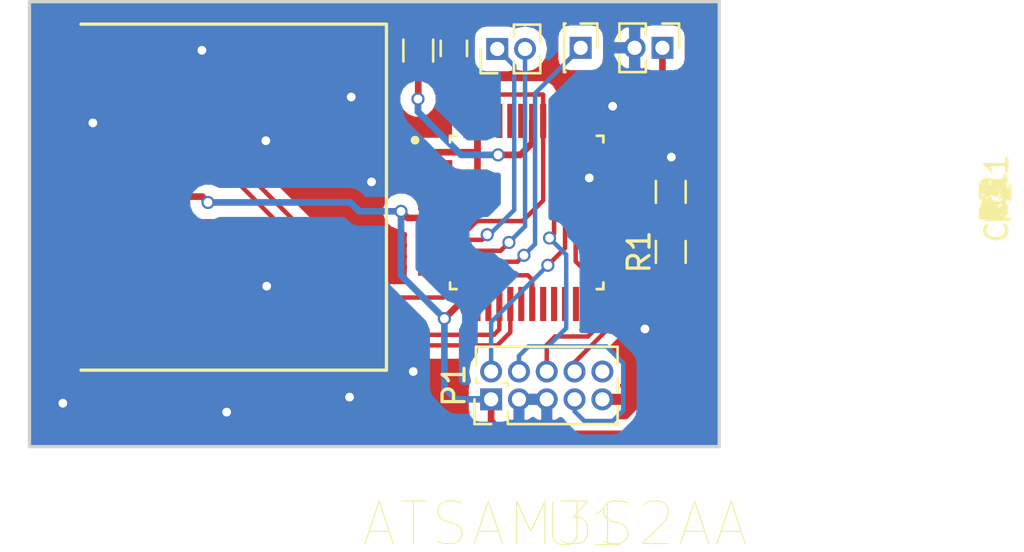
<source format=kicad_pcb>
(kicad_pcb (version 4) (host pcbnew 4.0.7)

  (general
    (links 38)
    (no_connects 3)
    (area 120.092399 83.897399 151.738401 104.367401)
    (thickness 1.6)
    (drawings 4)
    (tracks 204)
    (zones 0)
    (modules 10)
    (nets 46)
  )

  (page A4)
  (layers
    (0 F.Cu signal)
    (31 B.Cu signal)
    (32 B.Adhes user)
    (33 F.Adhes user)
    (34 B.Paste user)
    (35 F.Paste user)
    (36 B.SilkS user)
    (37 F.SilkS user)
    (38 B.Mask user)
    (39 F.Mask user)
    (40 Dwgs.User user)
    (41 Cmts.User user)
    (42 Eco1.User user)
    (43 Eco2.User user)
    (44 Edge.Cuts user)
    (45 Margin user)
    (46 B.CrtYd user)
    (47 F.CrtYd user)
    (48 B.Fab user)
    (49 F.Fab user)
  )

  (setup
    (last_trace_width 0.25)
    (user_trace_width 0.2032)
    (user_trace_width 0.2794)
    (user_trace_width 0.3048)
    (user_trace_width 0.4064)
    (user_trace_width 0.508)
    (user_trace_width 0.635)
    (trace_clearance 0.2)
    (zone_clearance 0.508)
    (zone_45_only no)
    (trace_min 0.2)
    (segment_width 0.2)
    (edge_width 0.15)
    (via_size 0.6)
    (via_drill 0.4)
    (via_min_size 0.4)
    (via_min_drill 0.3)
    (user_via 0.762 0.6)
    (uvia_size 0.3)
    (uvia_drill 0.1)
    (uvias_allowed no)
    (uvia_min_size 0.2)
    (uvia_min_drill 0.1)
    (pcb_text_width 0.3)
    (pcb_text_size 1.5 1.5)
    (mod_edge_width 0.15)
    (mod_text_size 1 1)
    (mod_text_width 0.15)
    (pad_size 1.524 1.524)
    (pad_drill 0.762)
    (pad_to_mask_clearance 0)
    (aux_axis_origin 0 0)
    (grid_origin 141.5034 89.0524)
    (visible_elements 7FFFFFFF)
    (pcbplotparams
      (layerselection 0x010fc_80000001)
      (usegerberextensions false)
      (excludeedgelayer true)
      (linewidth 0.100000)
      (plotframeref false)
      (viasonmask false)
      (mode 1)
      (useauxorigin false)
      (hpglpennumber 1)
      (hpglpenspeed 20)
      (hpglpendiameter 15)
      (hpglpenoverlay 2)
      (psnegative false)
      (psa4output false)
      (plotreference true)
      (plotvalue true)
      (plotinvisibletext false)
      (padsonsilk false)
      (subtractmaskfromsilk false)
      (outputformat 1)
      (mirror false)
      (drillshape 0)
      (scaleselection 1)
      (outputdirectory gerbers/))
  )

  (net 0 "")
  (net 1 GND)
  (net 2 VDDOUT)
  (net 3 "Net-(CON1-Pad1)")
  (net 4 MOSI)
  (net 5 3.3V)
  (net 6 SCK)
  (net 7 MISO)
  (net 8 "Net-(CON1-Pad8)")
  (net 9 "Net-(CON1-Pad9)")
  (net 10 SWDIO)
  (net 11 SWCLK)
  (net 12 TDO)
  (net 13 TDI)
  (net 14 "Net-(P1-Pad10)")
  (net 15 SIGOUT)
  (net 16 SIGIN1)
  (net 17 SIGIN2)
  (net 18 "Net-(R1-Pad1)")
  (net 19 ERASE)
  (net 20 "Net-(R3-Pad2)")
  (net 21 "Net-(U1-Pad3)")
  (net 22 "Net-(U1-Pad4)")
  (net 23 "Net-(U1-Pad5)")
  (net 24 "Net-(U1-Pad6)")
  (net 25 "Net-(U1-Pad12)")
  (net 26 "Net-(U1-Pad14)")
  (net 27 "Net-(U1-Pad15)")
  (net 28 VDDCORE)
  (net 29 "Net-(U1-Pad20)")
  (net 30 "Net-(U1-Pad21)")
  (net 31 "Net-(U1-Pad22)")
  (net 32 "Net-(U1-Pad23)")
  (net 33 "Net-(U1-Pad24)")
  (net 34 "Net-(U1-Pad26)")
  (net 35 "Net-(U1-Pad27)")
  (net 36 "Net-(U1-Pad28)")
  (net 37 "Net-(U1-Pad31)")
  (net 38 "Net-(U1-Pad32)")
  (net 39 "Net-(U1-Pad35)")
  (net 40 "Net-(U1-Pad36)")
  (net 41 JTAGSEL)
  (net 42 "Net-(U1-Pad43)")
  (net 43 "Net-(U1-Pad44)")
  (net 44 "Net-(U1-Pad45)")
  (net 45 "Net-(U1-Pad46)")

  (net_class Default "This is the default net class."
    (clearance 0.2)
    (trace_width 0.25)
    (via_dia 0.6)
    (via_drill 0.4)
    (uvia_dia 0.3)
    (uvia_drill 0.1)
    (add_net 3.3V)
    (add_net ERASE)
    (add_net GND)
    (add_net JTAGSEL)
    (add_net MISO)
    (add_net MOSI)
    (add_net "Net-(CON1-Pad1)")
    (add_net "Net-(CON1-Pad8)")
    (add_net "Net-(CON1-Pad9)")
    (add_net "Net-(P1-Pad10)")
    (add_net "Net-(R1-Pad1)")
    (add_net "Net-(R3-Pad2)")
    (add_net "Net-(U1-Pad12)")
    (add_net "Net-(U1-Pad14)")
    (add_net "Net-(U1-Pad15)")
    (add_net "Net-(U1-Pad20)")
    (add_net "Net-(U1-Pad21)")
    (add_net "Net-(U1-Pad22)")
    (add_net "Net-(U1-Pad23)")
    (add_net "Net-(U1-Pad24)")
    (add_net "Net-(U1-Pad26)")
    (add_net "Net-(U1-Pad27)")
    (add_net "Net-(U1-Pad28)")
    (add_net "Net-(U1-Pad3)")
    (add_net "Net-(U1-Pad31)")
    (add_net "Net-(U1-Pad32)")
    (add_net "Net-(U1-Pad35)")
    (add_net "Net-(U1-Pad36)")
    (add_net "Net-(U1-Pad4)")
    (add_net "Net-(U1-Pad43)")
    (add_net "Net-(U1-Pad44)")
    (add_net "Net-(U1-Pad45)")
    (add_net "Net-(U1-Pad46)")
    (add_net "Net-(U1-Pad5)")
    (add_net "Net-(U1-Pad6)")
    (add_net SCK)
    (add_net SIGIN1)
    (add_net SIGIN2)
    (add_net SIGOUT)
    (add_net SWCLK)
    (add_net SWDIO)
    (add_net TDI)
    (add_net TDO)
    (add_net VDDCORE)
    (add_net VDDOUT)
  )

  (module Capacitors_SMD:C_0603 (layer F.Cu) (tedit 5AD963C6) (tstamp 5AD7ABA2)
    (at 139.5476 86.106 90)
    (descr "Capacitor SMD 0603, reflow soldering, AVX (see smccp.pdf)")
    (tags "capacitor 0603")
    (path /5AD524A9)
    (attr smd)
    (fp_text reference C1 (at -6.5532 24.7142 270) (layer F.SilkS)
      (effects (font (size 1 1) (thickness 0.15)))
    )
    (fp_text value 1u (at -6.8326 25.1968 90) (layer F.Fab)
      (effects (font (size 1 1) (thickness 0.15)))
    )
    (fp_line (start 1.4 0.65) (end -1.4 0.65) (layer F.CrtYd) (width 0.05))
    (fp_line (start 1.4 0.65) (end 1.4 -0.65) (layer F.CrtYd) (width 0.05))
    (fp_line (start -1.4 -0.65) (end -1.4 0.65) (layer F.CrtYd) (width 0.05))
    (fp_line (start -1.4 -0.65) (end 1.4 -0.65) (layer F.CrtYd) (width 0.05))
    (fp_line (start 0.35 0.6) (end -0.35 0.6) (layer F.SilkS) (width 0.12))
    (fp_line (start -0.35 -0.6) (end 0.35 -0.6) (layer F.SilkS) (width 0.12))
    (fp_line (start -0.8 -0.4) (end 0.8 -0.4) (layer F.Fab) (width 0.1))
    (fp_line (start 0.8 -0.4) (end 0.8 0.4) (layer F.Fab) (width 0.1))
    (fp_line (start 0.8 0.4) (end -0.8 0.4) (layer F.Fab) (width 0.1))
    (fp_line (start -0.8 0.4) (end -0.8 -0.4) (layer F.Fab) (width 0.1))
    (fp_text user %R (at -10.3632 24.511 90) (layer F.Fab)
      (effects (font (size 0.3 0.3) (thickness 0.075)))
    )
    (pad 2 smd rect (at 0.75 0 90) (size 0.8 0.75) (layers F.Cu F.Paste F.Mask)
      (net 1 GND))
    (pad 1 smd rect (at -0.75 0 90) (size 0.8 0.75) (layers F.Cu F.Paste F.Mask)
      (net 2 VDDOUT))
    (model Capacitors_SMD.3dshapes/C_0603.wrl
      (at (xyz 0 0 0))
      (scale (xyz 1 1 1))
      (rotate (xyz 0 0 0))
    )
  )

  (module Connectors_Card:MicroSd_Wurth_693072010801 (layer F.Cu) (tedit 5AD96388) (tstamp 5AD7ABB2)
    (at 128.27 92.9005 270)
    (descr "Wurth Elektronik MicroSD Card Holder with Lid 693072010801 http://katalog.we-online.de/em/datasheet/693072010801.pdf")
    (tags "socket slot microsd sdcard card")
    (path /5AD5653F)
    (attr smd)
    (fp_text reference CON1 (at 0.0635 -36.068 270) (layer F.SilkS)
      (effects (font (size 1 1) (thickness 0.15)))
    )
    (fp_text value Micro_SD_Card (at 0 8.6 270) (layer F.Fab)
      (effects (font (size 1 1) (thickness 0.15)))
    )
    (fp_arc (start -5 6.7) (end -5 7.2) (angle 90) (layer F.Fab) (width 0.15))
    (fp_line (start -5.5 6.7) (end -5.5 5) (layer F.Fab) (width 0.15))
    (fp_line (start 5.5 6.7) (end 5.5 5) (layer F.Fab) (width 0.15))
    (fp_line (start 5 7.2) (end -5 7.2) (layer F.Fab) (width 0.15))
    (fp_line (start 8.05 7.35) (end -8.05 7.35) (layer F.CrtYd) (width 0.05))
    (fp_line (start 8.05 -8.35) (end 8.05 7.35) (layer F.CrtYd) (width 0.05))
    (fp_line (start -8.05 -8.35) (end 8.05 -8.35) (layer F.CrtYd) (width 0.05))
    (fp_line (start -8.05 7.35) (end -8.05 -8.35) (layer F.CrtYd) (width 0.05))
    (fp_line (start 0.8 -1.15) (end -0.8 -1.15) (layer F.Fab) (width 0.15))
    (fp_line (start 0.8 -3.15) (end 0.8 -1.15) (layer F.Fab) (width 0.15))
    (fp_line (start 1.4 -3.15) (end 0.8 -3.15) (layer F.Fab) (width 0.15))
    (fp_line (start 0 -4.55) (end 1.4 -3.15) (layer F.Fab) (width 0.15))
    (fp_line (start -1.4 -3.15) (end 0 -4.55) (layer F.Fab) (width 0.15))
    (fp_line (start -0.8 -3.15) (end -1.4 -3.15) (layer F.Fab) (width 0.15))
    (fp_line (start -0.8 -1.15) (end -0.8 -3.15) (layer F.Fab) (width 0.15))
    (fp_line (start -7.9 -8.2) (end -7.9 5.75) (layer F.SilkS) (width 0.15))
    (fp_line (start 7.9 -8.2) (end -7.9 -8.2) (layer F.SilkS) (width 0.15))
    (fp_line (start 7.9 5.75) (end 7.9 -8.2) (layer F.SilkS) (width 0.15))
    (fp_line (start -6.875 5.7) (end -6.875 5.35) (layer F.Fab) (width 0.15))
    (fp_line (start -5.875 5.7) (end -6.875 5.7) (layer F.Fab) (width 0.15))
    (fp_line (start -5.875 4.75) (end -5.875 5.7) (layer F.Fab) (width 0.15))
    (fp_line (start 5.875 4.75) (end -5.875 4.75) (layer F.Fab) (width 0.15))
    (fp_line (start 5.875 5.7) (end 5.875 4.75) (layer F.Fab) (width 0.15))
    (fp_line (start 6.875 5.7) (end 5.875 5.7) (layer F.Fab) (width 0.15))
    (fp_line (start 6.875 5.35) (end 6.875 5.7) (layer F.Fab) (width 0.15))
    (fp_line (start -6.875 -2.85) (end -6.875 2.95) (layer F.Fab) (width 0.15))
    (fp_line (start 6.875 -2.85) (end 6.875 2.95) (layer F.Fab) (width 0.15))
    (fp_line (start -6.875 -8) (end -6.875 -5.45) (layer F.Fab) (width 0.15))
    (fp_line (start 6.875 -8) (end -6.875 -8) (layer F.Fab) (width 0.15))
    (fp_line (start 6.875 -5.45) (end 6.875 -8) (layer F.Fab) (width 0.15))
    (fp_arc (start 5 6.7) (end 5.5 6.7) (angle 90) (layer F.Fab) (width 0.15))
    (fp_text user %R (at 0.05 0 270) (layer F.Fab)
      (effects (font (size 1 1) (thickness 0.15)))
    )
    (pad 1 smd rect (at 3.275 1.55 270) (size 0.8 1.5) (layers F.Cu F.Paste F.Mask)
      (net 3 "Net-(CON1-Pad1)"))
    (pad 2 smd rect (at 2.175 1.55 270) (size 0.8 1.5) (layers F.Cu F.Paste F.Mask)
      (net 1 GND))
    (pad 3 smd rect (at 1.075 1.55 270) (size 0.8 1.5) (layers F.Cu F.Paste F.Mask)
      (net 4 MOSI))
    (pad 4 smd rect (at -0.025 1.55 270) (size 0.8 1.5) (layers F.Cu F.Paste F.Mask)
      (net 5 3.3V))
    (pad 5 smd rect (at -1.125 1.55 270) (size 0.8 1.5) (layers F.Cu F.Paste F.Mask)
      (net 6 SCK))
    (pad 6 smd rect (at -2.225 1.55 270) (size 0.8 1.5) (layers F.Cu F.Paste F.Mask)
      (net 1 GND))
    (pad 7 smd rect (at -3.325 1.55 270) (size 0.8 1.5) (layers F.Cu F.Paste F.Mask)
      (net 7 MISO))
    (pad 8 smd rect (at -4.425 1.55 270) (size 0.8 1.5) (layers F.Cu F.Paste F.Mask)
      (net 8 "Net-(CON1-Pad8)"))
    (pad 9 smd rect (at 6.875 -4.15 270) (size 1.45 2) (layers F.Cu F.Paste F.Mask)
      (net 9 "Net-(CON1-Pad9)"))
    (pad 9 smd rect (at 6.875 4.15 270) (size 1.45 2) (layers F.Cu F.Paste F.Mask)
      (net 9 "Net-(CON1-Pad9)"))
    (pad 9 smd rect (at -6.875 -4.15 270) (size 1.45 2) (layers F.Cu F.Paste F.Mask)
      (net 9 "Net-(CON1-Pad9)"))
    (pad 9 smd rect (at -6.875 4.15 270) (size 1.45 2) (layers F.Cu F.Paste F.Mask)
      (net 9 "Net-(CON1-Pad9)"))
    (model ${KISYS3DMOD}/Connectors_Card.3dshapes/MicroSd_Wurth_693072010801.wrl
      (at (xyz 0 0 0))
      (scale (xyz 1 1 1))
      (rotate (xyz 0 0 0))
    )
  )

  (module Pin_Headers:Pin_Header_Straight_2x05_Pitch1.27mm (layer F.Cu) (tedit 5AD9638D) (tstamp 5AD7ABC0)
    (at 141.2494 102.1334 90)
    (descr "Through hole straight pin header, 2x05, 1.27mm pitch, double rows")
    (tags "Through hole pin header THT 2x05 1.27mm double row")
    (path /5AD54693)
    (fp_text reference P1 (at 0.635 -1.695 90) (layer F.SilkS)
      (effects (font (size 1 1) (thickness 0.15)))
    )
    (fp_text value CONN_02X05 (at 9.271 20.3454 270) (layer F.Fab)
      (effects (font (size 1 1) (thickness 0.15)))
    )
    (fp_line (start -0.2175 -0.635) (end 2.34 -0.635) (layer F.Fab) (width 0.1))
    (fp_line (start 2.34 -0.635) (end 2.34 5.715) (layer F.Fab) (width 0.1))
    (fp_line (start 2.34 5.715) (end -1.07 5.715) (layer F.Fab) (width 0.1))
    (fp_line (start -1.07 5.715) (end -1.07 0.2175) (layer F.Fab) (width 0.1))
    (fp_line (start -1.07 0.2175) (end -0.2175 -0.635) (layer F.Fab) (width 0.1))
    (fp_line (start -1.13 5.775) (end -0.30753 5.775) (layer F.SilkS) (width 0.12))
    (fp_line (start 1.57753 5.775) (end 2.4 5.775) (layer F.SilkS) (width 0.12))
    (fp_line (start 0.30753 5.775) (end 0.96247 5.775) (layer F.SilkS) (width 0.12))
    (fp_line (start -1.13 0.76) (end -1.13 5.775) (layer F.SilkS) (width 0.12))
    (fp_line (start 2.4 -0.695) (end 2.4 5.775) (layer F.SilkS) (width 0.12))
    (fp_line (start -1.13 0.76) (end -0.563471 0.76) (layer F.SilkS) (width 0.12))
    (fp_line (start 0.563471 0.76) (end 0.706529 0.76) (layer F.SilkS) (width 0.12))
    (fp_line (start 0.76 0.706529) (end 0.76 0.563471) (layer F.SilkS) (width 0.12))
    (fp_line (start 0.76 -0.563471) (end 0.76 -0.695) (layer F.SilkS) (width 0.12))
    (fp_line (start 0.76 -0.695) (end 0.96247 -0.695) (layer F.SilkS) (width 0.12))
    (fp_line (start 1.57753 -0.695) (end 2.4 -0.695) (layer F.SilkS) (width 0.12))
    (fp_line (start -1.13 0) (end -1.13 -0.76) (layer F.SilkS) (width 0.12))
    (fp_line (start -1.13 -0.76) (end 0 -0.76) (layer F.SilkS) (width 0.12))
    (fp_line (start -1.6 -1.15) (end -1.6 6.25) (layer F.CrtYd) (width 0.05))
    (fp_line (start -1.6 6.25) (end 2.85 6.25) (layer F.CrtYd) (width 0.05))
    (fp_line (start 2.85 6.25) (end 2.85 -1.15) (layer F.CrtYd) (width 0.05))
    (fp_line (start 2.85 -1.15) (end -1.6 -1.15) (layer F.CrtYd) (width 0.05))
    (fp_text user %R (at 8.9662 22.9616 270) (layer F.Fab)
      (effects (font (size 1 1) (thickness 0.15)))
    )
    (pad 1 thru_hole rect (at 0 0 90) (size 1 1) (drill 0.65) (layers *.Cu *.Mask)
      (net 5 3.3V))
    (pad 2 thru_hole oval (at 1.27 0 90) (size 1 1) (drill 0.65) (layers *.Cu *.Mask)
      (net 10 SWDIO))
    (pad 3 thru_hole oval (at 0 1.27 90) (size 1 1) (drill 0.65) (layers *.Cu *.Mask)
      (net 1 GND))
    (pad 4 thru_hole oval (at 1.27 1.27 90) (size 1 1) (drill 0.65) (layers *.Cu *.Mask)
      (net 11 SWCLK))
    (pad 5 thru_hole oval (at 0 2.54 90) (size 1 1) (drill 0.65) (layers *.Cu *.Mask)
      (net 1 GND))
    (pad 6 thru_hole oval (at 1.27 2.54 90) (size 1 1) (drill 0.65) (layers *.Cu *.Mask)
      (net 12 TDO))
    (pad 7 thru_hole oval (at 0 3.81 90) (size 1 1) (drill 0.65) (layers *.Cu *.Mask)
      (net 11 SWCLK))
    (pad 8 thru_hole oval (at 1.27 3.81 90) (size 1 1) (drill 0.65) (layers *.Cu *.Mask)
      (net 13 TDI))
    (pad 9 thru_hole oval (at 0 5.08 90) (size 1 1) (drill 0.65) (layers *.Cu *.Mask)
      (net 1 GND))
    (pad 10 thru_hole oval (at 1.27 5.08 90) (size 1 1) (drill 0.65) (layers *.Cu *.Mask)
      (net 14 "Net-(P1-Pad10)"))
    (model ${KISYS3DMOD}/Pin_Headers.3dshapes/Pin_Header_Straight_2x05_Pitch1.27mm.wrl
      (at (xyz 0 0 0))
      (scale (xyz 1 1 1))
      (rotate (xyz 0 0 0))
    )
  )

  (module Pin_Headers:Pin_Header_Straight_1x01_Pitch1.27mm (layer F.Cu) (tedit 5AD963BA) (tstamp 5AD7ABC5)
    (at 145.3388 86.0806 270)
    (descr "Through hole straight pin header, 1x01, 1.27mm pitch, single row")
    (tags "Through hole pin header THT 1x01 1.27mm single row")
    (path /5AD555CD)
    (fp_text reference P2 (at 7.0866 -19.1516 450) (layer F.SilkS)
      (effects (font (size 1 1) (thickness 0.15)))
    )
    (fp_text value CONN_01X01 (at 6.7564 -14.5288 270) (layer F.Fab)
      (effects (font (size 1 1) (thickness 0.15)))
    )
    (fp_line (start -0.525 -0.635) (end 1.05 -0.635) (layer F.Fab) (width 0.1))
    (fp_line (start 1.05 -0.635) (end 1.05 0.635) (layer F.Fab) (width 0.1))
    (fp_line (start 1.05 0.635) (end -1.05 0.635) (layer F.Fab) (width 0.1))
    (fp_line (start -1.05 0.635) (end -1.05 -0.11) (layer F.Fab) (width 0.1))
    (fp_line (start -1.05 -0.11) (end -0.525 -0.635) (layer F.Fab) (width 0.1))
    (fp_line (start -1.11 0.76) (end 1.11 0.76) (layer F.SilkS) (width 0.12))
    (fp_line (start -1.11 0.76) (end -1.11 0.695) (layer F.SilkS) (width 0.12))
    (fp_line (start 1.11 0.76) (end 1.11 0.695) (layer F.SilkS) (width 0.12))
    (fp_line (start -1.11 0.76) (end -0.563471 0.76) (layer F.SilkS) (width 0.12))
    (fp_line (start 0.563471 0.76) (end 1.11 0.76) (layer F.SilkS) (width 0.12))
    (fp_line (start -1.11 0) (end -1.11 -0.76) (layer F.SilkS) (width 0.12))
    (fp_line (start -1.11 -0.76) (end 0 -0.76) (layer F.SilkS) (width 0.12))
    (fp_line (start -1.55 -1.15) (end -1.55 1.15) (layer F.CrtYd) (width 0.05))
    (fp_line (start -1.55 1.15) (end 1.55 1.15) (layer F.CrtYd) (width 0.05))
    (fp_line (start 1.55 1.15) (end 1.55 -1.15) (layer F.CrtYd) (width 0.05))
    (fp_line (start 1.55 -1.15) (end -1.55 -1.15) (layer F.CrtYd) (width 0.05))
    (fp_text user %R (at 6.7056 -18.8722 450) (layer F.Fab)
      (effects (font (size 1 1) (thickness 0.15)))
    )
    (pad 1 thru_hole rect (at 0 0 270) (size 1 1) (drill 0.65) (layers *.Cu *.Mask)
      (net 15 SIGOUT))
    (model ${KISYS3DMOD}/Pin_Headers.3dshapes/Pin_Header_Straight_1x01_Pitch1.27mm.wrl
      (at (xyz 0 0 0))
      (scale (xyz 1 1 1))
      (rotate (xyz 0 0 0))
    )
  )

  (module Pin_Headers:Pin_Header_Straight_1x02_Pitch1.27mm (layer F.Cu) (tedit 5AD963BE) (tstamp 5AD7ABCB)
    (at 149.0726 86.0806 270)
    (descr "Through hole straight pin header, 1x02, 1.27mm pitch, single row")
    (tags "Through hole pin header THT 1x02 1.27mm single row")
    (path /5AD54ECD)
    (fp_text reference P3 (at 7.0104 -15.0622 270) (layer F.SilkS)
      (effects (font (size 1 1) (thickness 0.15)))
    )
    (fp_text value CONN_02X01 (at 6.7818 -10.9982 270) (layer F.Fab)
      (effects (font (size 1 1) (thickness 0.15)))
    )
    (fp_line (start -0.525 -0.635) (end 1.05 -0.635) (layer F.Fab) (width 0.1))
    (fp_line (start 1.05 -0.635) (end 1.05 1.905) (layer F.Fab) (width 0.1))
    (fp_line (start 1.05 1.905) (end -1.05 1.905) (layer F.Fab) (width 0.1))
    (fp_line (start -1.05 1.905) (end -1.05 -0.11) (layer F.Fab) (width 0.1))
    (fp_line (start -1.05 -0.11) (end -0.525 -0.635) (layer F.Fab) (width 0.1))
    (fp_line (start -1.11 1.965) (end -0.30753 1.965) (layer F.SilkS) (width 0.12))
    (fp_line (start 0.30753 1.965) (end 1.11 1.965) (layer F.SilkS) (width 0.12))
    (fp_line (start -1.11 0.76) (end -1.11 1.965) (layer F.SilkS) (width 0.12))
    (fp_line (start 1.11 0.76) (end 1.11 1.965) (layer F.SilkS) (width 0.12))
    (fp_line (start -1.11 0.76) (end -0.563471 0.76) (layer F.SilkS) (width 0.12))
    (fp_line (start 0.563471 0.76) (end 1.11 0.76) (layer F.SilkS) (width 0.12))
    (fp_line (start -1.11 0) (end -1.11 -0.76) (layer F.SilkS) (width 0.12))
    (fp_line (start -1.11 -0.76) (end 0 -0.76) (layer F.SilkS) (width 0.12))
    (fp_line (start -1.55 -1.15) (end -1.55 2.45) (layer F.CrtYd) (width 0.05))
    (fp_line (start -1.55 2.45) (end 1.55 2.45) (layer F.CrtYd) (width 0.05))
    (fp_line (start 1.55 2.45) (end 1.55 -1.15) (layer F.CrtYd) (width 0.05))
    (fp_line (start 1.55 -1.15) (end -1.55 -1.15) (layer F.CrtYd) (width 0.05))
    (fp_text user %R (at 6.7818 -15.2654 450) (layer F.Fab)
      (effects (font (size 1 1) (thickness 0.15)))
    )
    (pad 1 thru_hole rect (at 0 0 270) (size 1 1) (drill 0.65) (layers *.Cu *.Mask)
      (net 5 3.3V))
    (pad 2 thru_hole oval (at 0 1.27 270) (size 1 1) (drill 0.65) (layers *.Cu *.Mask)
      (net 1 GND))
    (model ${KISYS3DMOD}/Pin_Headers.3dshapes/Pin_Header_Straight_1x02_Pitch1.27mm.wrl
      (at (xyz 0 0 0))
      (scale (xyz 1 1 1))
      (rotate (xyz 0 0 0))
    )
  )

  (module Pin_Headers:Pin_Header_Straight_1x02_Pitch1.27mm (layer F.Cu) (tedit 5AD963B1) (tstamp 5AD7ABD1)
    (at 141.5288 86.1314 90)
    (descr "Through hole straight pin header, 1x02, 1.27mm pitch, single row")
    (tags "Through hole pin header THT 1x02 1.27mm single row")
    (path /5AD54F36)
    (fp_text reference P4 (at -6.9088 22.6822 270) (layer F.SilkS)
      (effects (font (size 1 1) (thickness 0.15)))
    )
    (fp_text value CONN_02X01 (at -6.8072 18.4658 90) (layer F.Fab)
      (effects (font (size 1 1) (thickness 0.15)))
    )
    (fp_line (start -0.525 -0.635) (end 1.05 -0.635) (layer F.Fab) (width 0.1))
    (fp_line (start 1.05 -0.635) (end 1.05 1.905) (layer F.Fab) (width 0.1))
    (fp_line (start 1.05 1.905) (end -1.05 1.905) (layer F.Fab) (width 0.1))
    (fp_line (start -1.05 1.905) (end -1.05 -0.11) (layer F.Fab) (width 0.1))
    (fp_line (start -1.05 -0.11) (end -0.525 -0.635) (layer F.Fab) (width 0.1))
    (fp_line (start -1.11 1.965) (end -0.30753 1.965) (layer F.SilkS) (width 0.12))
    (fp_line (start 0.30753 1.965) (end 1.11 1.965) (layer F.SilkS) (width 0.12))
    (fp_line (start -1.11 0.76) (end -1.11 1.965) (layer F.SilkS) (width 0.12))
    (fp_line (start 1.11 0.76) (end 1.11 1.965) (layer F.SilkS) (width 0.12))
    (fp_line (start -1.11 0.76) (end -0.563471 0.76) (layer F.SilkS) (width 0.12))
    (fp_line (start 0.563471 0.76) (end 1.11 0.76) (layer F.SilkS) (width 0.12))
    (fp_line (start -1.11 0) (end -1.11 -0.76) (layer F.SilkS) (width 0.12))
    (fp_line (start -1.11 -0.76) (end 0 -0.76) (layer F.SilkS) (width 0.12))
    (fp_line (start -1.55 -1.15) (end -1.55 2.45) (layer F.CrtYd) (width 0.05))
    (fp_line (start -1.55 2.45) (end 1.55 2.45) (layer F.CrtYd) (width 0.05))
    (fp_line (start 1.55 2.45) (end 1.55 -1.15) (layer F.CrtYd) (width 0.05))
    (fp_line (start 1.55 -1.15) (end -1.55 -1.15) (layer F.CrtYd) (width 0.05))
    (fp_text user %R (at -6.604 23.0632 270) (layer F.Fab)
      (effects (font (size 1 1) (thickness 0.15)))
    )
    (pad 1 thru_hole rect (at 0 0 90) (size 1 1) (drill 0.65) (layers *.Cu *.Mask)
      (net 16 SIGIN1))
    (pad 2 thru_hole oval (at 0 1.27 90) (size 1 1) (drill 0.65) (layers *.Cu *.Mask)
      (net 17 SIGIN2))
    (model ${KISYS3DMOD}/Pin_Headers.3dshapes/Pin_Header_Straight_1x02_Pitch1.27mm.wrl
      (at (xyz 0 0 0))
      (scale (xyz 1 1 1))
      (rotate (xyz 0 0 0))
    )
  )

  (module Resistors_SMD:R_0603 (layer F.Cu) (tedit 5AD96386) (tstamp 5AD7ABD7)
    (at 149.4536 95.4024 90)
    (descr "Resistor SMD 0603, reflow soldering, Vishay (see dcrcw.pdf)")
    (tags "resistor 0603")
    (path /5AD538F9)
    (attr smd)
    (fp_text reference R1 (at 0 -1.45 90) (layer F.SilkS)
      (effects (font (size 1 1) (thickness 0.15)))
    )
    (fp_text value 100k (at 2.5908 14.986 90) (layer F.Fab)
      (effects (font (size 1 1) (thickness 0.15)))
    )
    (fp_text user %R (at 0 0 90) (layer F.Fab)
      (effects (font (size 0.4 0.4) (thickness 0.075)))
    )
    (fp_line (start -0.8 0.4) (end -0.8 -0.4) (layer F.Fab) (width 0.1))
    (fp_line (start 0.8 0.4) (end -0.8 0.4) (layer F.Fab) (width 0.1))
    (fp_line (start 0.8 -0.4) (end 0.8 0.4) (layer F.Fab) (width 0.1))
    (fp_line (start -0.8 -0.4) (end 0.8 -0.4) (layer F.Fab) (width 0.1))
    (fp_line (start 0.5 0.68) (end -0.5 0.68) (layer F.SilkS) (width 0.12))
    (fp_line (start -0.5 -0.68) (end 0.5 -0.68) (layer F.SilkS) (width 0.12))
    (fp_line (start -1.25 -0.7) (end 1.25 -0.7) (layer F.CrtYd) (width 0.05))
    (fp_line (start -1.25 -0.7) (end -1.25 0.7) (layer F.CrtYd) (width 0.05))
    (fp_line (start 1.25 0.7) (end 1.25 -0.7) (layer F.CrtYd) (width 0.05))
    (fp_line (start 1.25 0.7) (end -1.25 0.7) (layer F.CrtYd) (width 0.05))
    (pad 1 smd rect (at -0.75 0 90) (size 0.5 0.9) (layers F.Cu F.Paste F.Mask)
      (net 18 "Net-(R1-Pad1)"))
    (pad 2 smd rect (at 0.75 0 90) (size 0.5 0.9) (layers F.Cu F.Paste F.Mask)
      (net 5 3.3V))
    (model ${KISYS3DMOD}/Resistors_SMD.3dshapes/R_0603.wrl
      (at (xyz 0 0 0))
      (scale (xyz 1 1 1))
      (rotate (xyz 0 0 0))
    )
  )

  (module Resistors_SMD:R_0603 (layer F.Cu) (tedit 5AD963C1) (tstamp 5AD7ABDD)
    (at 137.922 86.2076 90)
    (descr "Resistor SMD 0603, reflow soldering, Vishay (see dcrcw.pdf)")
    (tags "resistor 0603")
    (path /5AD53B50)
    (attr smd)
    (fp_text reference R2 (at -6.6548 26.289 90) (layer F.SilkS)
      (effects (font (size 1 1) (thickness 0.15)))
    )
    (fp_text value 100k (at -6.9596 26.3398 270) (layer F.Fab)
      (effects (font (size 1 1) (thickness 0.15)))
    )
    (fp_text user %R (at -10.1854 26.0985 90) (layer F.Fab)
      (effects (font (size 0.4 0.4) (thickness 0.075)))
    )
    (fp_line (start -0.8 0.4) (end -0.8 -0.4) (layer F.Fab) (width 0.1))
    (fp_line (start 0.8 0.4) (end -0.8 0.4) (layer F.Fab) (width 0.1))
    (fp_line (start 0.8 -0.4) (end 0.8 0.4) (layer F.Fab) (width 0.1))
    (fp_line (start -0.8 -0.4) (end 0.8 -0.4) (layer F.Fab) (width 0.1))
    (fp_line (start 0.5 0.68) (end -0.5 0.68) (layer F.SilkS) (width 0.12))
    (fp_line (start -0.5 -0.68) (end 0.5 -0.68) (layer F.SilkS) (width 0.12))
    (fp_line (start -1.25 -0.7) (end 1.25 -0.7) (layer F.CrtYd) (width 0.05))
    (fp_line (start -1.25 -0.7) (end -1.25 0.7) (layer F.CrtYd) (width 0.05))
    (fp_line (start 1.25 0.7) (end 1.25 -0.7) (layer F.CrtYd) (width 0.05))
    (fp_line (start 1.25 0.7) (end -1.25 0.7) (layer F.CrtYd) (width 0.05))
    (pad 1 smd rect (at -0.75 0 90) (size 0.5 0.9) (layers F.Cu F.Paste F.Mask)
      (net 19 ERASE))
    (pad 2 smd rect (at 0.75 0 90) (size 0.5 0.9) (layers F.Cu F.Paste F.Mask)
      (net 1 GND))
    (model ${KISYS3DMOD}/Resistors_SMD.3dshapes/R_0603.wrl
      (at (xyz 0 0 0))
      (scale (xyz 1 1 1))
      (rotate (xyz 0 0 0))
    )
  )

  (module Resistors_SMD:R_0603 (layer F.Cu) (tedit 5AD96391) (tstamp 5AD7ABE3)
    (at 149.4536 92.6592 270)
    (descr "Resistor SMD 0603, reflow soldering, Vishay (see dcrcw.pdf)")
    (tags "resistor 0603")
    (path /5AD5429E)
    (attr smd)
    (fp_text reference R3 (at 0.508 -14.8844 270) (layer F.SilkS)
      (effects (font (size 1 1) (thickness 0.15)))
    )
    (fp_text value 15k (at -0.1016 -14.8336 270) (layer F.Fab)
      (effects (font (size 1 1) (thickness 0.15)))
    )
    (fp_text user %R (at 0 0 270) (layer F.Fab)
      (effects (font (size 0.4 0.4) (thickness 0.075)))
    )
    (fp_line (start -0.8 0.4) (end -0.8 -0.4) (layer F.Fab) (width 0.1))
    (fp_line (start 0.8 0.4) (end -0.8 0.4) (layer F.Fab) (width 0.1))
    (fp_line (start 0.8 -0.4) (end 0.8 0.4) (layer F.Fab) (width 0.1))
    (fp_line (start -0.8 -0.4) (end 0.8 -0.4) (layer F.Fab) (width 0.1))
    (fp_line (start 0.5 0.68) (end -0.5 0.68) (layer F.SilkS) (width 0.12))
    (fp_line (start -0.5 -0.68) (end 0.5 -0.68) (layer F.SilkS) (width 0.12))
    (fp_line (start -1.25 -0.7) (end 1.25 -0.7) (layer F.CrtYd) (width 0.05))
    (fp_line (start -1.25 -0.7) (end -1.25 0.7) (layer F.CrtYd) (width 0.05))
    (fp_line (start 1.25 0.7) (end 1.25 -0.7) (layer F.CrtYd) (width 0.05))
    (fp_line (start 1.25 0.7) (end -1.25 0.7) (layer F.CrtYd) (width 0.05))
    (pad 1 smd rect (at -0.75 0 270) (size 0.5 0.9) (layers F.Cu F.Paste F.Mask)
      (net 1 GND))
    (pad 2 smd rect (at 0.75 0 270) (size 0.5 0.9) (layers F.Cu F.Paste F.Mask)
      (net 20 "Net-(R3-Pad2)"))
    (model ${KISYS3DMOD}/Resistors_SMD.3dshapes/R_0603.wrl
      (at (xyz 0 0 0))
      (scale (xyz 1 1 1))
      (rotate (xyz 0 0 0))
    )
  )

  (module customfoots:QFP50P900X900X160-48N (layer F.Cu) (tedit 5AD963AD) (tstamp 5AD7ACED)
    (at 142.875 93.599)
    (path /5AD27E98)
    (attr smd)
    (fp_text reference U1 (at 2.667 14.2748 180) (layer F.SilkS)
      (effects (font (size 1.94944 1.94944) (thickness 0.05)))
    )
    (fp_text value ATSAM3S2AA (at 1.2954 14.224) (layer F.SilkS)
      (effects (font (size 1.93973 1.93973) (thickness 0.05)))
    )
    (fp_line (start -3.2 -3.5) (end -3.5 -3.5) (layer F.SilkS) (width 0.127))
    (fp_line (start 3.5 -3.2) (end 3.5 -3.5) (layer F.SilkS) (width 0.127))
    (fp_line (start 3.2 3.5) (end 3.5 3.5) (layer F.SilkS) (width 0.127))
    (fp_line (start -3.5 3.5) (end -3.2 3.5) (layer F.SilkS) (width 0.127))
    (fp_line (start 3.5 3.5) (end 3.5 3.2) (layer F.SilkS) (width 0.127))
    (fp_line (start 3.5 -3.5) (end 3.2 -3.5) (layer F.SilkS) (width 0.127))
    (fp_line (start -3.5 -3.5) (end -3.5 -3.2) (layer F.SilkS) (width 0.127))
    (fp_line (start -3.5 3.2) (end -3.5 3.5) (layer F.SilkS) (width 0.127))
    (fp_line (start 2.6416 -3.5052) (end 2.8702 -3.5052) (layer Dwgs.User) (width 0))
    (fp_line (start 2.8702 -3.5052) (end 2.8702 -4.4958) (layer Dwgs.User) (width 0))
    (fp_line (start 2.8702 -4.4958) (end 2.6416 -4.4958) (layer Dwgs.User) (width 0))
    (fp_line (start 2.6416 -4.4958) (end 2.6416 -3.5052) (layer Dwgs.User) (width 0))
    (fp_line (start 2.1336 -3.5052) (end 2.3622 -3.5052) (layer Dwgs.User) (width 0))
    (fp_line (start 2.3622 -3.5052) (end 2.3622 -4.4958) (layer Dwgs.User) (width 0))
    (fp_line (start 2.3622 -4.4958) (end 2.1336 -4.4958) (layer Dwgs.User) (width 0))
    (fp_line (start 2.1336 -4.4958) (end 2.1336 -3.5052) (layer Dwgs.User) (width 0))
    (fp_line (start 1.651 -3.5052) (end 1.8542 -3.5052) (layer Dwgs.User) (width 0))
    (fp_line (start 1.8542 -3.5052) (end 1.8542 -4.4958) (layer Dwgs.User) (width 0))
    (fp_line (start 1.8542 -4.4958) (end 1.651 -4.4958) (layer Dwgs.User) (width 0))
    (fp_line (start 1.651 -4.4958) (end 1.651 -3.5052) (layer Dwgs.User) (width 0))
    (fp_line (start 1.143 -3.5052) (end 1.3716 -3.5052) (layer Dwgs.User) (width 0))
    (fp_line (start 1.3716 -3.5052) (end 1.3716 -4.4958) (layer Dwgs.User) (width 0))
    (fp_line (start 1.3716 -4.4958) (end 1.143 -4.4958) (layer Dwgs.User) (width 0))
    (fp_line (start 1.143 -4.4958) (end 1.143 -3.5052) (layer Dwgs.User) (width 0))
    (fp_line (start 0.635 -3.5052) (end 0.8636 -3.5052) (layer Dwgs.User) (width 0))
    (fp_line (start 0.8636 -3.5052) (end 0.8636 -4.4958) (layer Dwgs.User) (width 0))
    (fp_line (start 0.8636 -4.4958) (end 0.635 -4.4958) (layer Dwgs.User) (width 0))
    (fp_line (start 0.635 -4.4958) (end 0.635 -3.5052) (layer Dwgs.User) (width 0))
    (fp_line (start 0.1524 -3.5052) (end 0.3556 -3.5052) (layer Dwgs.User) (width 0))
    (fp_line (start 0.3556 -3.5052) (end 0.3556 -4.4958) (layer Dwgs.User) (width 0))
    (fp_line (start 0.3556 -4.4958) (end 0.1524 -4.4958) (layer Dwgs.User) (width 0))
    (fp_line (start 0.1524 -4.4958) (end 0.1524 -3.5052) (layer Dwgs.User) (width 0))
    (fp_line (start -0.3556 -3.5052) (end -0.1524 -3.5052) (layer Dwgs.User) (width 0))
    (fp_line (start -0.1524 -3.5052) (end -0.1524 -4.4958) (layer Dwgs.User) (width 0))
    (fp_line (start -0.1524 -4.4958) (end -0.3556 -4.4958) (layer Dwgs.User) (width 0))
    (fp_line (start -0.3556 -4.4958) (end -0.3556 -3.5052) (layer Dwgs.User) (width 0))
    (fp_line (start -0.8636 -3.5052) (end -0.635 -3.5052) (layer Dwgs.User) (width 0))
    (fp_line (start -0.635 -3.5052) (end -0.635 -4.4958) (layer Dwgs.User) (width 0))
    (fp_line (start -0.635 -4.4958) (end -0.8636 -4.4958) (layer Dwgs.User) (width 0))
    (fp_line (start -0.8636 -4.4958) (end -0.8636 -3.5052) (layer Dwgs.User) (width 0))
    (fp_line (start -1.3716 -3.5052) (end -1.143 -3.5052) (layer Dwgs.User) (width 0))
    (fp_line (start -1.143 -3.5052) (end -1.143 -4.4958) (layer Dwgs.User) (width 0))
    (fp_line (start -1.143 -4.4958) (end -1.3716 -4.4958) (layer Dwgs.User) (width 0))
    (fp_line (start -1.3716 -4.4958) (end -1.3716 -3.5052) (layer Dwgs.User) (width 0))
    (fp_line (start -1.8542 -3.5052) (end -1.651 -3.5052) (layer Dwgs.User) (width 0))
    (fp_line (start -1.651 -3.5052) (end -1.651 -4.4958) (layer Dwgs.User) (width 0))
    (fp_line (start -1.651 -4.4958) (end -1.8542 -4.4958) (layer Dwgs.User) (width 0))
    (fp_line (start -1.8542 -4.4958) (end -1.8542 -3.5052) (layer Dwgs.User) (width 0))
    (fp_line (start -2.3622 -3.5052) (end -2.25 -3.5) (layer Dwgs.User) (width 0))
    (fp_line (start -2.25 -3.5) (end -2.1336 -3.5052) (layer Dwgs.User) (width 0))
    (fp_line (start -2.1336 -3.5052) (end -2.1336 -4.4958) (layer Dwgs.User) (width 0))
    (fp_line (start -2.1336 -4.4958) (end -2.3622 -4.4958) (layer Dwgs.User) (width 0))
    (fp_line (start -2.3622 -4.4958) (end -2.3622 -3.5052) (layer Dwgs.User) (width 0))
    (fp_line (start -2.8702 -3.5052) (end -2.6416 -3.5052) (layer Dwgs.User) (width 0))
    (fp_line (start -2.6416 -3.5052) (end -2.6416 -4.4958) (layer Dwgs.User) (width 0))
    (fp_line (start -2.6416 -4.4958) (end -2.8702 -4.4958) (layer Dwgs.User) (width 0))
    (fp_line (start -2.8702 -4.4958) (end -2.8702 -3.5052) (layer Dwgs.User) (width 0))
    (fp_line (start -3.5052 -2.6416) (end -3.5052 -2.8702) (layer Dwgs.User) (width 0))
    (fp_line (start -3.5052 -2.8702) (end -4.4958 -2.8702) (layer Dwgs.User) (width 0))
    (fp_line (start -4.4958 -2.8702) (end -4.4958 -2.6416) (layer Dwgs.User) (width 0))
    (fp_line (start -4.4958 -2.6416) (end -3.5052 -2.6416) (layer Dwgs.User) (width 0))
    (fp_line (start -3.5052 -2.1336) (end -3.5 -2.25) (layer Dwgs.User) (width 0))
    (fp_line (start -3.5 -2.25) (end -3.5052 -2.3622) (layer Dwgs.User) (width 0))
    (fp_line (start -3.5052 -2.3622) (end -4.4958 -2.3622) (layer Dwgs.User) (width 0))
    (fp_line (start -4.4958 -2.3622) (end -4.4958 -2.1336) (layer Dwgs.User) (width 0))
    (fp_line (start -4.4958 -2.1336) (end -3.5052 -2.1336) (layer Dwgs.User) (width 0))
    (fp_line (start -3.5052 -1.651) (end -3.5052 -1.8542) (layer Dwgs.User) (width 0))
    (fp_line (start -3.5052 -1.8542) (end -4.4958 -1.8542) (layer Dwgs.User) (width 0))
    (fp_line (start -4.4958 -1.8542) (end -4.4958 -1.651) (layer Dwgs.User) (width 0))
    (fp_line (start -4.4958 -1.651) (end -3.5052 -1.651) (layer Dwgs.User) (width 0))
    (fp_line (start -3.5052 -1.143) (end -3.5052 -1.3716) (layer Dwgs.User) (width 0))
    (fp_line (start -3.5052 -1.3716) (end -4.4958 -1.3716) (layer Dwgs.User) (width 0))
    (fp_line (start -4.4958 -1.3716) (end -4.4958 -1.143) (layer Dwgs.User) (width 0))
    (fp_line (start -4.4958 -1.143) (end -3.5052 -1.143) (layer Dwgs.User) (width 0))
    (fp_line (start -3.5052 -0.635) (end -3.5052 -0.8636) (layer Dwgs.User) (width 0))
    (fp_line (start -3.5052 -0.8636) (end -4.4958 -0.8636) (layer Dwgs.User) (width 0))
    (fp_line (start -4.4958 -0.8636) (end -4.4958 -0.635) (layer Dwgs.User) (width 0))
    (fp_line (start -4.4958 -0.635) (end -3.5052 -0.635) (layer Dwgs.User) (width 0))
    (fp_line (start -3.5052 -0.1524) (end -3.5052 -0.3556) (layer Dwgs.User) (width 0))
    (fp_line (start -3.5052 -0.3556) (end -4.4958 -0.3556) (layer Dwgs.User) (width 0))
    (fp_line (start -4.4958 -0.3556) (end -4.4958 -0.1524) (layer Dwgs.User) (width 0))
    (fp_line (start -4.4958 -0.1524) (end -3.5052 -0.1524) (layer Dwgs.User) (width 0))
    (fp_line (start -3.5052 0.3556) (end -3.5052 0.1524) (layer Dwgs.User) (width 0))
    (fp_line (start -3.5052 0.1524) (end -4.4958 0.1524) (layer Dwgs.User) (width 0))
    (fp_line (start -4.4958 0.1524) (end -4.4958 0.3556) (layer Dwgs.User) (width 0))
    (fp_line (start -4.4958 0.3556) (end -3.5052 0.3556) (layer Dwgs.User) (width 0))
    (fp_line (start -3.5052 0.8636) (end -3.5052 0.635) (layer Dwgs.User) (width 0))
    (fp_line (start -3.5052 0.635) (end -4.4958 0.635) (layer Dwgs.User) (width 0))
    (fp_line (start -4.4958 0.635) (end -4.4958 0.8636) (layer Dwgs.User) (width 0))
    (fp_line (start -4.4958 0.8636) (end -3.5052 0.8636) (layer Dwgs.User) (width 0))
    (fp_line (start -3.5052 1.3716) (end -3.5052 1.143) (layer Dwgs.User) (width 0))
    (fp_line (start -3.5052 1.143) (end -4.4958 1.143) (layer Dwgs.User) (width 0))
    (fp_line (start -4.4958 1.143) (end -4.4958 1.3716) (layer Dwgs.User) (width 0))
    (fp_line (start -4.4958 1.3716) (end -3.5052 1.3716) (layer Dwgs.User) (width 0))
    (fp_line (start -3.5052 1.8542) (end -3.5052 1.651) (layer Dwgs.User) (width 0))
    (fp_line (start -3.5052 1.651) (end -4.4958 1.651) (layer Dwgs.User) (width 0))
    (fp_line (start -4.4958 1.651) (end -4.4958 1.8542) (layer Dwgs.User) (width 0))
    (fp_line (start -4.4958 1.8542) (end -3.5052 1.8542) (layer Dwgs.User) (width 0))
    (fp_line (start -3.5052 2.3622) (end -3.5052 2.1336) (layer Dwgs.User) (width 0))
    (fp_line (start -3.5052 2.1336) (end -4.4958 2.1336) (layer Dwgs.User) (width 0))
    (fp_line (start -4.4958 2.1336) (end -4.4958 2.3622) (layer Dwgs.User) (width 0))
    (fp_line (start -4.4958 2.3622) (end -3.5052 2.3622) (layer Dwgs.User) (width 0))
    (fp_line (start -3.5052 2.8702) (end -3.5052 2.6416) (layer Dwgs.User) (width 0))
    (fp_line (start -3.5052 2.6416) (end -4.4958 2.6416) (layer Dwgs.User) (width 0))
    (fp_line (start -4.4958 2.6416) (end -4.4958 2.8702) (layer Dwgs.User) (width 0))
    (fp_line (start -4.4958 2.8702) (end -3.5052 2.8702) (layer Dwgs.User) (width 0))
    (fp_line (start -2.6416 3.5052) (end -2.8702 3.5052) (layer Dwgs.User) (width 0))
    (fp_line (start -2.8702 3.5052) (end -2.8702 4.4958) (layer Dwgs.User) (width 0))
    (fp_line (start -2.8702 4.4958) (end -2.6416 4.4958) (layer Dwgs.User) (width 0))
    (fp_line (start -2.6416 4.4958) (end -2.6416 3.5052) (layer Dwgs.User) (width 0))
    (fp_line (start -2.1336 3.5052) (end -2.3622 3.5052) (layer Dwgs.User) (width 0))
    (fp_line (start -2.3622 3.5052) (end -2.3622 4.4958) (layer Dwgs.User) (width 0))
    (fp_line (start -2.3622 4.4958) (end -2.1336 4.4958) (layer Dwgs.User) (width 0))
    (fp_line (start -2.1336 4.4958) (end -2.1336 3.5052) (layer Dwgs.User) (width 0))
    (fp_line (start -1.651 3.5052) (end -1.8542 3.5052) (layer Dwgs.User) (width 0))
    (fp_line (start -1.8542 3.5052) (end -1.8542 4.4958) (layer Dwgs.User) (width 0))
    (fp_line (start -1.8542 4.4958) (end -1.651 4.4958) (layer Dwgs.User) (width 0))
    (fp_line (start -1.651 4.4958) (end -1.651 3.5052) (layer Dwgs.User) (width 0))
    (fp_line (start -1.143 3.5052) (end -1.3716 3.5052) (layer Dwgs.User) (width 0))
    (fp_line (start -1.3716 3.5052) (end -1.3716 4.4958) (layer Dwgs.User) (width 0))
    (fp_line (start -1.3716 4.4958) (end -1.143 4.4958) (layer Dwgs.User) (width 0))
    (fp_line (start -1.143 4.4958) (end -1.143 3.5052) (layer Dwgs.User) (width 0))
    (fp_line (start -0.635 3.5052) (end -0.8636 3.5052) (layer Dwgs.User) (width 0))
    (fp_line (start -0.8636 3.5052) (end -0.8636 4.4958) (layer Dwgs.User) (width 0))
    (fp_line (start -0.8636 4.4958) (end -0.635 4.4958) (layer Dwgs.User) (width 0))
    (fp_line (start -0.635 4.4958) (end -0.635 3.5052) (layer Dwgs.User) (width 0))
    (fp_line (start -0.1524 3.5052) (end -0.3556 3.5052) (layer Dwgs.User) (width 0))
    (fp_line (start -0.3556 3.5052) (end -0.3556 4.4958) (layer Dwgs.User) (width 0))
    (fp_line (start -0.3556 4.4958) (end -0.1524 4.4958) (layer Dwgs.User) (width 0))
    (fp_line (start -0.1524 4.4958) (end -0.1524 3.5052) (layer Dwgs.User) (width 0))
    (fp_line (start 0.3556 3.5052) (end 0.1524 3.5052) (layer Dwgs.User) (width 0))
    (fp_line (start 0.1524 3.5052) (end 0.1524 4.4958) (layer Dwgs.User) (width 0))
    (fp_line (start 0.1524 4.4958) (end 0.3556 4.4958) (layer Dwgs.User) (width 0))
    (fp_line (start 0.3556 4.4958) (end 0.3556 3.5052) (layer Dwgs.User) (width 0))
    (fp_line (start 0.8636 3.5052) (end 0.635 3.5052) (layer Dwgs.User) (width 0))
    (fp_line (start 0.635 3.5052) (end 0.635 4.4958) (layer Dwgs.User) (width 0))
    (fp_line (start 0.635 4.4958) (end 0.8636 4.4958) (layer Dwgs.User) (width 0))
    (fp_line (start 0.8636 4.4958) (end 0.8636 3.5052) (layer Dwgs.User) (width 0))
    (fp_line (start 1.3716 3.5052) (end 1.143 3.5052) (layer Dwgs.User) (width 0))
    (fp_line (start 1.143 3.5052) (end 1.143 4.4958) (layer Dwgs.User) (width 0))
    (fp_line (start 1.143 4.4958) (end 1.3716 4.4958) (layer Dwgs.User) (width 0))
    (fp_line (start 1.3716 4.4958) (end 1.3716 3.5052) (layer Dwgs.User) (width 0))
    (fp_line (start 1.8542 3.5052) (end 1.651 3.5052) (layer Dwgs.User) (width 0))
    (fp_line (start 1.651 3.5052) (end 1.651 4.4958) (layer Dwgs.User) (width 0))
    (fp_line (start 1.651 4.4958) (end 1.8542 4.4958) (layer Dwgs.User) (width 0))
    (fp_line (start 1.8542 4.4958) (end 1.8542 3.5052) (layer Dwgs.User) (width 0))
    (fp_line (start 2.3622 3.5052) (end 2.1336 3.5052) (layer Dwgs.User) (width 0))
    (fp_line (start 2.1336 3.5052) (end 2.1336 4.4958) (layer Dwgs.User) (width 0))
    (fp_line (start 2.1336 4.4958) (end 2.3622 4.4958) (layer Dwgs.User) (width 0))
    (fp_line (start 2.3622 4.4958) (end 2.3622 3.5052) (layer Dwgs.User) (width 0))
    (fp_line (start 2.8702 3.5052) (end 2.6416 3.5052) (layer Dwgs.User) (width 0))
    (fp_line (start 2.6416 3.5052) (end 2.6416 4.4958) (layer Dwgs.User) (width 0))
    (fp_line (start 2.6416 4.4958) (end 2.8702 4.4958) (layer Dwgs.User) (width 0))
    (fp_line (start 2.8702 4.4958) (end 2.8702 3.5052) (layer Dwgs.User) (width 0))
    (fp_line (start 3.5052 2.6416) (end 3.5052 2.8702) (layer Dwgs.User) (width 0))
    (fp_line (start 3.5052 2.8702) (end 4.4958 2.8702) (layer Dwgs.User) (width 0))
    (fp_line (start 4.4958 2.8702) (end 4.4958 2.6416) (layer Dwgs.User) (width 0))
    (fp_line (start 4.4958 2.6416) (end 3.5052 2.6416) (layer Dwgs.User) (width 0))
    (fp_line (start 3.5052 2.1336) (end 3.5052 2.3622) (layer Dwgs.User) (width 0))
    (fp_line (start 3.5052 2.3622) (end 4.4958 2.3622) (layer Dwgs.User) (width 0))
    (fp_line (start 4.4958 2.3622) (end 4.4958 2.1336) (layer Dwgs.User) (width 0))
    (fp_line (start 4.4958 2.1336) (end 3.5052 2.1336) (layer Dwgs.User) (width 0))
    (fp_line (start 3.5052 1.651) (end 3.5052 1.8542) (layer Dwgs.User) (width 0))
    (fp_line (start 3.5052 1.8542) (end 4.4958 1.8542) (layer Dwgs.User) (width 0))
    (fp_line (start 4.4958 1.8542) (end 4.4958 1.651) (layer Dwgs.User) (width 0))
    (fp_line (start 4.4958 1.651) (end 3.5052 1.651) (layer Dwgs.User) (width 0))
    (fp_line (start 3.5052 1.143) (end 3.5052 1.3716) (layer Dwgs.User) (width 0))
    (fp_line (start 3.5052 1.3716) (end 4.4958 1.3716) (layer Dwgs.User) (width 0))
    (fp_line (start 4.4958 1.3716) (end 4.4958 1.143) (layer Dwgs.User) (width 0))
    (fp_line (start 4.4958 1.143) (end 3.5052 1.143) (layer Dwgs.User) (width 0))
    (fp_line (start 3.5052 0.635) (end 3.5052 0.8636) (layer Dwgs.User) (width 0))
    (fp_line (start 3.5052 0.8636) (end 4.4958 0.8636) (layer Dwgs.User) (width 0))
    (fp_line (start 4.4958 0.8636) (end 4.4958 0.635) (layer Dwgs.User) (width 0))
    (fp_line (start 4.4958 0.635) (end 3.5052 0.635) (layer Dwgs.User) (width 0))
    (fp_line (start 3.5052 0.1524) (end 3.5052 0.3556) (layer Dwgs.User) (width 0))
    (fp_line (start 3.5052 0.3556) (end 4.4958 0.3556) (layer Dwgs.User) (width 0))
    (fp_line (start 4.4958 0.3556) (end 4.4958 0.1524) (layer Dwgs.User) (width 0))
    (fp_line (start 4.4958 0.1524) (end 3.5052 0.1524) (layer Dwgs.User) (width 0))
    (fp_line (start 3.5052 -0.3556) (end 3.5052 -0.1524) (layer Dwgs.User) (width 0))
    (fp_line (start 3.5052 -0.1524) (end 4.4958 -0.1524) (layer Dwgs.User) (width 0))
    (fp_line (start 4.4958 -0.1524) (end 4.4958 -0.3556) (layer Dwgs.User) (width 0))
    (fp_line (start 4.4958 -0.3556) (end 3.5052 -0.3556) (layer Dwgs.User) (width 0))
    (fp_line (start 3.5052 -0.8636) (end 3.5052 -0.635) (layer Dwgs.User) (width 0))
    (fp_line (start 3.5052 -0.635) (end 4.4958 -0.635) (layer Dwgs.User) (width 0))
    (fp_line (start 4.4958 -0.635) (end 4.4958 -0.8636) (layer Dwgs.User) (width 0))
    (fp_line (start 4.4958 -0.8636) (end 3.5052 -0.8636) (layer Dwgs.User) (width 0))
    (fp_line (start 3.5052 -1.3716) (end 3.5052 -1.143) (layer Dwgs.User) (width 0))
    (fp_line (start 3.5052 -1.143) (end 4.4958 -1.143) (layer Dwgs.User) (width 0))
    (fp_line (start 4.4958 -1.143) (end 4.4958 -1.3716) (layer Dwgs.User) (width 0))
    (fp_line (start 4.4958 -1.3716) (end 3.5052 -1.3716) (layer Dwgs.User) (width 0))
    (fp_line (start 3.5052 -1.8542) (end 3.5052 -1.651) (layer Dwgs.User) (width 0))
    (fp_line (start 3.5052 -1.651) (end 4.4958 -1.651) (layer Dwgs.User) (width 0))
    (fp_line (start 4.4958 -1.651) (end 4.4958 -1.8542) (layer Dwgs.User) (width 0))
    (fp_line (start 4.4958 -1.8542) (end 3.5052 -1.8542) (layer Dwgs.User) (width 0))
    (fp_line (start 3.5052 -2.3622) (end 3.5052 -2.1336) (layer Dwgs.User) (width 0))
    (fp_line (start 3.5052 -2.1336) (end 4.4958 -2.1336) (layer Dwgs.User) (width 0))
    (fp_line (start 4.4958 -2.1336) (end 4.4958 -2.3622) (layer Dwgs.User) (width 0))
    (fp_line (start 4.4958 -2.3622) (end 3.5052 -2.3622) (layer Dwgs.User) (width 0))
    (fp_line (start 3.5052 -2.8702) (end 3.5052 -2.6416) (layer Dwgs.User) (width 0))
    (fp_line (start 3.5052 -2.6416) (end 4.4958 -2.6416) (layer Dwgs.User) (width 0))
    (fp_line (start 4.4958 -2.6416) (end 4.4958 -2.8702) (layer Dwgs.User) (width 0))
    (fp_line (start 4.4958 -2.8702) (end 3.5052 -2.8702) (layer Dwgs.User) (width 0))
    (fp_line (start -3.5 -2.25) (end -2.25 -3.5) (layer Dwgs.User) (width 0.127))
    (fp_line (start -3.5 3.5) (end 3.5 3.5) (layer Dwgs.User) (width 0.127))
    (fp_line (start 3.5 3.5) (end 3.5 -3.5) (layer Dwgs.User) (width 0.127))
    (fp_line (start 3.5 -3.5) (end -2.25 -3.5) (layer Dwgs.User) (width 0.127))
    (fp_line (start -2.25 -3.5) (end -3.5 -3.5) (layer Dwgs.User) (width 0.127))
    (fp_line (start -3.5 -3.5) (end -3.5 -2.25) (layer Dwgs.User) (width 0.127))
    (fp_line (start -3.5 -2.25) (end -3.5 3.5) (layer Dwgs.User) (width 0.127))
    (fp_circle (center -5.1 -3.3) (end -5 -3.3) (layer F.SilkS) (width 0.2))
    (fp_line (start -5.21 -5.21) (end 5.21 -5.21) (layer Dwgs.User) (width 0.05))
    (fp_line (start 5.21 -5.21) (end 5.21 5.21) (layer Dwgs.User) (width 0.05))
    (fp_line (start 5.21 5.21) (end -5.21 5.21) (layer Dwgs.User) (width 0.05))
    (fp_line (start -5.21 5.21) (end -5.21 -5.21) (layer Dwgs.User) (width 0.05))
    (pad 1 smd rect (at -4.18 -2.75 270) (size 0.28 1.56) (layers F.Cu F.Paste F.Mask)
      (net 5 3.3V))
    (pad 2 smd rect (at -4.18 -2.25 270) (size 0.28 1.56) (layers F.Cu F.Paste F.Mask)
      (net 1 GND))
    (pad 3 smd rect (at -4.18 -1.75 270) (size 0.28 1.56) (layers F.Cu F.Paste F.Mask)
      (net 21 "Net-(U1-Pad3)"))
    (pad 4 smd rect (at -4.18 -1.25 270) (size 0.28 1.56) (layers F.Cu F.Paste F.Mask)
      (net 22 "Net-(U1-Pad4)"))
    (pad 5 smd rect (at -4.18 -0.75 270) (size 0.28 1.56) (layers F.Cu F.Paste F.Mask)
      (net 23 "Net-(U1-Pad5)"))
    (pad 6 smd rect (at -4.18 -0.25 270) (size 0.28 1.56) (layers F.Cu F.Paste F.Mask)
      (net 24 "Net-(U1-Pad6)"))
    (pad 7 smd rect (at -4.18 0.25 270) (size 0.28 1.56) (layers F.Cu F.Paste F.Mask)
      (net 5 3.3V))
    (pad 8 smd rect (at -4.18 0.75 270) (size 0.28 1.56) (layers F.Cu F.Paste F.Mask)
      (net 2 VDDOUT))
    (pad 9 smd rect (at -4.18 1.25 270) (size 0.28 1.56) (layers F.Cu F.Paste F.Mask)
      (net 16 SIGIN1))
    (pad 10 smd rect (at -4.18 1.75 270) (size 0.28 1.56) (layers F.Cu F.Paste F.Mask)
      (net 17 SIGIN2))
    (pad 11 smd rect (at -4.18 2.25 270) (size 0.28 1.56) (layers F.Cu F.Paste F.Mask)
      (net 15 SIGOUT))
    (pad 12 smd rect (at -4.18 2.75 270) (size 0.28 1.56) (layers F.Cu F.Paste F.Mask)
      (net 25 "Net-(U1-Pad12)"))
    (pad 13 smd rect (at -2.75 4.18 180) (size 0.28 1.56) (layers F.Cu F.Paste F.Mask)
      (net 5 3.3V))
    (pad 14 smd rect (at -2.25 4.18 180) (size 0.28 1.56) (layers F.Cu F.Paste F.Mask)
      (net 26 "Net-(U1-Pad14)"))
    (pad 15 smd rect (at -1.75 4.18 180) (size 0.28 1.56) (layers F.Cu F.Paste F.Mask)
      (net 27 "Net-(U1-Pad15)"))
    (pad 16 smd rect (at -1.25 4.18 180) (size 0.28 1.56) (layers F.Cu F.Paste F.Mask)
      (net 6 SCK))
    (pad 17 smd rect (at -0.75 4.18 180) (size 0.28 1.56) (layers F.Cu F.Paste F.Mask)
      (net 4 MOSI))
    (pad 18 smd rect (at -0.25 4.18 180) (size 0.28 1.56) (layers F.Cu F.Paste F.Mask)
      (net 28 VDDCORE))
    (pad 19 smd rect (at 0.25 4.18 180) (size 0.28 1.56) (layers F.Cu F.Paste F.Mask)
      (net 7 MISO))
    (pad 20 smd rect (at 0.75 4.18 180) (size 0.28 1.56) (layers F.Cu F.Paste F.Mask)
      (net 29 "Net-(U1-Pad20)"))
    (pad 21 smd rect (at 1.25 4.18 180) (size 0.28 1.56) (layers F.Cu F.Paste F.Mask)
      (net 30 "Net-(U1-Pad21)"))
    (pad 22 smd rect (at 1.75 4.18 180) (size 0.28 1.56) (layers F.Cu F.Paste F.Mask)
      (net 31 "Net-(U1-Pad22)"))
    (pad 23 smd rect (at 2.25 4.18 180) (size 0.28 1.56) (layers F.Cu F.Paste F.Mask)
      (net 32 "Net-(U1-Pad23)"))
    (pad 24 smd rect (at 2.75 4.18 180) (size 0.28 1.56) (layers F.Cu F.Paste F.Mask)
      (net 33 "Net-(U1-Pad24)"))
    (pad 25 smd rect (at 4.18 2.75 270) (size 0.28 1.56) (layers F.Cu F.Paste F.Mask)
      (net 13 TDI))
    (pad 26 smd rect (at 4.18 2.25 270) (size 0.28 1.56) (layers F.Cu F.Paste F.Mask)
      (net 34 "Net-(U1-Pad26)"))
    (pad 27 smd rect (at 4.18 1.75 270) (size 0.28 1.56) (layers F.Cu F.Paste F.Mask)
      (net 35 "Net-(U1-Pad27)"))
    (pad 28 smd rect (at 4.18 1.25 270) (size 0.28 1.56) (layers F.Cu F.Paste F.Mask)
      (net 36 "Net-(U1-Pad28)"))
    (pad 29 smd rect (at 4.18 0.75 270) (size 0.28 1.56) (layers F.Cu F.Paste F.Mask)
      (net 18 "Net-(R1-Pad1)"))
    (pad 30 smd rect (at 4.18 0.25 270) (size 0.28 1.56) (layers F.Cu F.Paste F.Mask)
      (net 20 "Net-(R3-Pad2)"))
    (pad 31 smd rect (at 4.18 -0.25 270) (size 0.28 1.56) (layers F.Cu F.Paste F.Mask)
      (net 37 "Net-(U1-Pad31)"))
    (pad 32 smd rect (at 4.18 -0.75 270) (size 0.28 1.56) (layers F.Cu F.Paste F.Mask)
      (net 38 "Net-(U1-Pad32)"))
    (pad 33 smd rect (at 4.18 -1.25 270) (size 0.28 1.56) (layers F.Cu F.Paste F.Mask)
      (net 5 3.3V))
    (pad 34 smd rect (at 4.18 -1.75 270) (size 0.28 1.56) (layers F.Cu F.Paste F.Mask)
      (net 1 GND))
    (pad 35 smd rect (at 4.18 -2.25 270) (size 0.28 1.56) (layers F.Cu F.Paste F.Mask)
      (net 39 "Net-(U1-Pad35)"))
    (pad 36 smd rect (at 4.18 -2.75 270) (size 0.28 1.56) (layers F.Cu F.Paste F.Mask)
      (net 40 "Net-(U1-Pad36)"))
    (pad 37 smd rect (at 2.75 -4.18 180) (size 0.28 1.56) (layers F.Cu F.Paste F.Mask)
      (net 12 TDO))
    (pad 38 smd rect (at 2.25 -4.18 180) (size 0.28 1.56) (layers F.Cu F.Paste F.Mask)
      (net 41 JTAGSEL))
    (pad 39 smd rect (at 1.75 -4.18 180) (size 0.28 1.56) (layers F.Cu F.Paste F.Mask)
      (net 10 SWDIO))
    (pad 40 smd rect (at 1.25 -4.18 180) (size 0.28 1.56) (layers F.Cu F.Paste F.Mask)
      (net 11 SWCLK))
    (pad 41 smd rect (at 0.75 -4.18 180) (size 0.28 1.56) (layers F.Cu F.Paste F.Mask)
      (net 2 VDDOUT))
    (pad 42 smd rect (at 0.25 -4.18 180) (size 0.28 1.56) (layers F.Cu F.Paste F.Mask)
      (net 19 ERASE))
    (pad 43 smd rect (at -0.25 -4.18 180) (size 0.28 1.56) (layers F.Cu F.Paste F.Mask)
      (net 42 "Net-(U1-Pad43)"))
    (pad 44 smd rect (at -0.75 -4.18 180) (size 0.28 1.56) (layers F.Cu F.Paste F.Mask)
      (net 43 "Net-(U1-Pad44)"))
    (pad 45 smd rect (at -1.25 -4.18 180) (size 0.28 1.56) (layers F.Cu F.Paste F.Mask)
      (net 44 "Net-(U1-Pad45)"))
    (pad 46 smd rect (at -1.75 -4.18 180) (size 0.28 1.56) (layers F.Cu F.Paste F.Mask)
      (net 45 "Net-(U1-Pad46)"))
    (pad 47 smd rect (at -2.25 -4.18 180) (size 0.28 1.56) (layers F.Cu F.Paste F.Mask)
      (net 5 3.3V))
    (pad 48 smd rect (at -2.75 -4.18 180) (size 0.28 1.56) (layers F.Cu F.Paste F.Mask)
      (net 2 VDDOUT))
  )

  (gr_line (start 151.6634 83.9724) (end 120.1674 83.9724) (angle 90) (layer Edge.Cuts) (width 0.15))
  (gr_line (start 151.6634 104.2924) (end 151.6634 83.9724) (angle 90) (layer Edge.Cuts) (width 0.15))
  (gr_line (start 120.1674 104.2924) (end 151.6634 104.2924) (angle 90) (layer Edge.Cuts) (width 0.15))
  (gr_line (start 120.1674 83.9724) (end 120.1674 104.2924) (angle 90) (layer Edge.Cuts) (width 0.15))

  (segment (start 147.8026 86.0806) (end 147.8026 87.7443) (width 0.2032) (layer F.Cu) (net 1))
  (segment (start 147.3708 89.3191) (end 147.3708 90.3859) (width 0.2032) (layer B.Cu) (net 1) (tstamp 5ADA0778))
  (segment (start 146.7993 88.7476) (end 147.3708 89.3191) (width 0.2032) (layer B.Cu) (net 1) (tstamp 5ADA0777))
  (via (at 146.7993 88.7476) (size 0.6) (drill 0.4) (layers F.Cu B.Cu) (net 1))
  (segment (start 147.8026 87.7443) (end 146.7993 88.7476) (width 0.2032) (layer F.Cu) (net 1) (tstamp 5ADA0773))
  (segment (start 129.1717 102.7176) (end 134.0993 102.7176) (width 0.2032) (layer F.Cu) (net 1))
  (via (at 137.6934 100.8634) (size 0.6) (drill 0.4) (layers F.Cu B.Cu) (net 1))
  (segment (start 135.9535 100.8634) (end 137.6934 100.8634) (width 0.2032) (layer B.Cu) (net 1) (tstamp 5ADA0766))
  (segment (start 134.7851 102.0318) (end 135.9535 100.8634) (width 0.2032) (layer B.Cu) (net 1) (tstamp 5ADA0765))
  (via (at 134.7851 102.0318) (size 0.6) (drill 0.4) (layers F.Cu B.Cu) (net 1))
  (segment (start 134.0993 102.7176) (end 134.7851 102.0318) (width 0.2032) (layer F.Cu) (net 1) (tstamp 5ADA0763))
  (segment (start 126.72 95.0755) (end 129.1115 95.0755) (width 0.2032) (layer F.Cu) (net 1))
  (segment (start 135.2804 92.71) (end 135.2804 95.25) (width 0.2032) (layer F.Cu) (net 1) (tstamp 5ADA075E))
  (segment (start 135.7884 92.202) (end 135.2804 92.71) (width 0.2032) (layer F.Cu) (net 1) (tstamp 5ADA075D))
  (via (at 135.7884 92.202) (size 0.6) (drill 0.4) (layers F.Cu B.Cu) (net 1))
  (segment (start 135.7884 89.2556) (end 135.7884 92.202) (width 0.2032) (layer B.Cu) (net 1) (tstamp 5ADA0751))
  (segment (start 134.8613 88.3285) (end 135.7884 89.2556) (width 0.2032) (layer B.Cu) (net 1) (tstamp 5ADA0750))
  (via (at 134.8613 88.3285) (size 0.6) (drill 0.4) (layers F.Cu B.Cu) (net 1))
  (segment (start 132.9563 88.3285) (end 134.8613 88.3285) (width 0.2032) (layer F.Cu) (net 1) (tstamp 5ADA074D))
  (segment (start 130.9624 90.3224) (end 132.9563 88.3285) (width 0.2032) (layer F.Cu) (net 1) (tstamp 5ADA074C))
  (via (at 130.9624 90.3224) (size 0.6) (drill 0.4) (layers F.Cu B.Cu) (net 1))
  (segment (start 130.9624 89.1159) (end 130.9624 90.3224) (width 0.2032) (layer B.Cu) (net 1) (tstamp 5ADA0749))
  (segment (start 128.0414 86.1949) (end 130.9624 89.1159) (width 0.2032) (layer B.Cu) (net 1) (tstamp 5ADA0748))
  (via (at 128.0414 86.1949) (size 0.6) (drill 0.4) (layers F.Cu B.Cu) (net 1))
  (segment (start 126.3777 86.1949) (end 128.0414 86.1949) (width 0.2032) (layer F.Cu) (net 1) (tstamp 5ADA0745))
  (segment (start 123.063 89.5096) (end 126.3777 86.1949) (width 0.2032) (layer F.Cu) (net 1) (tstamp 5ADA0744))
  (via (at 123.063 89.5096) (size 0.6) (drill 0.4) (layers F.Cu B.Cu) (net 1))
  (segment (start 123.063 100.9396) (end 123.063 89.5096) (width 0.2032) (layer B.Cu) (net 1) (tstamp 5ADA073F))
  (segment (start 121.6914 102.3112) (end 123.063 100.9396) (width 0.2032) (layer B.Cu) (net 1) (tstamp 5ADA073E))
  (via (at 121.6914 102.3112) (size 0.6) (drill 0.4) (layers F.Cu B.Cu) (net 1))
  (segment (start 128.7653 102.3112) (end 121.6914 102.3112) (width 0.2032) (layer F.Cu) (net 1) (tstamp 5ADA073C))
  (segment (start 129.1717 102.7176) (end 128.7653 102.3112) (width 0.2032) (layer F.Cu) (net 1) (tstamp 5ADA073B))
  (via (at 129.1717 102.7176) (size 0.6) (drill 0.4) (layers F.Cu B.Cu) (net 1))
  (segment (start 129.1717 98.7933) (end 129.1717 102.7176) (width 0.2032) (layer B.Cu) (net 1) (tstamp 5ADA0738))
  (segment (start 131.0005 96.9645) (end 129.1717 98.7933) (width 0.2032) (layer B.Cu) (net 1) (tstamp 5ADA0737))
  (via (at 131.0005 96.9645) (size 0.6) (drill 0.4) (layers F.Cu B.Cu) (net 1))
  (segment (start 129.1115 95.0755) (end 131.0005 96.9645) (width 0.2032) (layer F.Cu) (net 1) (tstamp 5ADA0733))
  (segment (start 145.7325 92.0242) (end 145.7325 96.3803) (width 0.2032) (layer B.Cu) (net 1))
  (via (at 148.2725 98.9203) (size 0.6) (drill 0.4) (layers F.Cu B.Cu) (net 1))
  (segment (start 145.7325 96.3803) (end 148.2725 98.9203) (width 0.2032) (layer B.Cu) (net 1) (tstamp 5ADA070E))
  (segment (start 138.695 91.349) (end 137.5008 91.349) (width 0.2032) (layer F.Cu) (net 1))
  (segment (start 136.4361 86.9435) (end 137.922 85.4576) (width 0.2032) (layer F.Cu) (net 1) (tstamp 5AD967E6))
  (segment (start 136.4361 90.2843) (end 136.4361 86.9435) (width 0.2032) (layer F.Cu) (net 1) (tstamp 5AD967E4))
  (segment (start 137.5008 91.349) (end 136.4361 90.2843) (width 0.2032) (layer F.Cu) (net 1) (tstamp 5AD967E3))
  (segment (start 149.4536 91.9092) (end 149.4536 91.0971) (width 0.2032) (layer F.Cu) (net 1))
  (segment (start 147.8026 89.3953) (end 147.8026 86.0806) (width 0.2032) (layer B.Cu) (net 1) (tstamp 5AD967CB))
  (segment (start 149.479 91.0717) (end 147.8026 89.3953) (width 0.2032) (layer B.Cu) (net 1) (tstamp 5AD967CA))
  (via (at 149.479 91.0717) (size 0.6) (drill 0.4) (layers F.Cu B.Cu) (net 1))
  (segment (start 149.4536 91.0971) (end 149.479 91.0717) (width 0.2032) (layer F.Cu) (net 1) (tstamp 5AD967C8))
  (segment (start 147.055 91.849) (end 145.9077 91.849) (width 0.2032) (layer F.Cu) (net 1))
  (segment (start 145.7325 92.0242) (end 147.3708 90.3859) (width 0.2032) (layer B.Cu) (net 1) (tstamp 5AD967B3))
  (via (at 145.7325 92.0242) (size 0.6) (drill 0.4) (layers F.Cu B.Cu) (net 1))
  (segment (start 145.9077 91.849) (end 145.7325 92.0242) (width 0.2032) (layer F.Cu) (net 1) (tstamp 5AD967B0))
  (segment (start 140.6017 93.9927) (end 142.6845 93.9927) (width 0.2032) (layer F.Cu) (net 2))
  (segment (start 140.2454 94.349) (end 140.6017 93.9927) (width 0.2032) (layer F.Cu) (net 2) (tstamp 5AD9601B))
  (segment (start 143.625 89.419) (end 143.625 93.0522) (width 0.2032) (layer F.Cu) (net 2) (tstamp 5AD96020))
  (segment (start 140.2454 94.349) (end 138.695 94.349) (width 0.2032) (layer F.Cu) (net 2))
  (segment (start 142.6845 93.9927) (end 143.625 93.0522) (width 0.2032) (layer F.Cu) (net 2) (tstamp 5AD9633A))
  (segment (start 143.625 89.419) (end 143.625 88.2276) (width 0.2032) (layer F.Cu) (net 2))
  (segment (start 140.9058 88.2142) (end 139.5476 86.856) (width 0.2032) (layer F.Cu) (net 2) (tstamp 5AD960D1))
  (segment (start 143.6116 88.2142) (end 140.9058 88.2142) (width 0.2032) (layer F.Cu) (net 2) (tstamp 5AD960CF))
  (segment (start 143.625 88.2276) (end 143.6116 88.2142) (width 0.2032) (layer F.Cu) (net 2) (tstamp 5AD960CE))
  (segment (start 143.625 89.419) (end 143.6116 89.4056) (width 0.2032) (layer F.Cu) (net 2))
  (segment (start 143.625 89.419) (end 143.6624 89.4564) (width 0.2032) (layer F.Cu) (net 2))
  (segment (start 140.1318 89.4258) (end 140.125 89.419) (width 0.2032) (layer F.Cu) (net 2) (tstamp 5AD7BFFF))
  (segment (start 139.5476 86.856) (end 140.125 87.4334) (width 0.2032) (layer F.Cu) (net 2))
  (segment (start 140.125 87.4334) (end 140.125 89.419) (width 0.2032) (layer F.Cu) (net 2) (tstamp 5AD7BFF1))
  (segment (start 142.125 97.779) (end 142.125 99.0734) (width 0.2032) (layer F.Cu) (net 4))
  (segment (start 130.6068 94.0054) (end 126.7499 94.0054) (width 0.2032) (layer F.Cu) (net 4) (tstamp 5AD95D95))
  (segment (start 136.271 99.6696) (end 130.6068 94.0054) (width 0.2032) (layer F.Cu) (net 4) (tstamp 5AD95D94))
  (segment (start 141.5288 99.6696) (end 136.271 99.6696) (width 0.2032) (layer F.Cu) (net 4) (tstamp 5AD95D93))
  (segment (start 142.125 99.0734) (end 141.5288 99.6696) (width 0.2032) (layer F.Cu) (net 4) (tstamp 5AD95D92))
  (segment (start 126.7499 94.0054) (end 126.72 93.9755) (width 0.2032) (layer F.Cu) (net 4) (tstamp 5AD95D96))
  (segment (start 138.695 93.849) (end 139.9072 93.849) (width 0.3048) (layer F.Cu) (net 5))
  (segment (start 139.9072 93.849) (end 140.625 93.1312) (width 0.3048) (layer F.Cu) (net 5) (tstamp 5AD96815))
  (segment (start 140.625 93.1312) (end 140.625 89.419) (width 0.3048) (layer F.Cu) (net 5) (tstamp 5AD96816))
  (segment (start 140.625 89.419) (end 140.625 90.769) (width 0.3048) (layer F.Cu) (net 5))
  (segment (start 140.545 90.849) (end 138.695 90.849) (width 0.3048) (layer F.Cu) (net 5) (tstamp 5AD967EF))
  (segment (start 140.625 90.769) (end 140.545 90.849) (width 0.3048) (layer F.Cu) (net 5) (tstamp 5AD967EE))
  (segment (start 149.0726 86.0806) (end 149.0726 89.916) (width 0.3048) (layer F.Cu) (net 5))
  (segment (start 149.0726 89.916) (end 148.7424 90.2462) (width 0.3048) (layer F.Cu) (net 5) (tstamp 5AD967D6))
  (segment (start 150.495 91.4146) (end 150.495 90.8558) (width 0.3048) (layer F.Cu) (net 5))
  (segment (start 150.495 94.2086) (end 150.495 91.4146) (width 0.3048) (layer F.Cu) (net 5) (tstamp 5AD95FB6))
  (segment (start 148.2471 91.8083) (end 148.2471 92.2401) (width 0.3048) (layer F.Cu) (net 5) (tstamp 5AD95FBE))
  (segment (start 148.2471 92.2401) (end 148.1382 92.349) (width 0.3048) (layer F.Cu) (net 5) (tstamp 5AD95FBF))
  (segment (start 148.1382 92.349) (end 147.055 92.349) (width 0.3048) (layer F.Cu) (net 5) (tstamp 5AD95FC0))
  (segment (start 148.2471 90.7415) (end 148.2471 91.8083) (width 0.3048) (layer F.Cu) (net 5) (tstamp 5AD967D3))
  (segment (start 148.7424 90.2462) (end 148.2471 90.7415) (width 0.3048) (layer F.Cu) (net 5) (tstamp 5AD967D2))
  (segment (start 149.8854 90.2462) (end 148.7424 90.2462) (width 0.3048) (layer F.Cu) (net 5) (tstamp 5AD967D1))
  (segment (start 150.495 90.8558) (end 149.8854 90.2462) (width 0.3048) (layer F.Cu) (net 5) (tstamp 5AD967D0))
  (segment (start 141.2494 102.1334) (end 139.6492 102.1334) (width 0.3048) (layer B.Cu) (net 5))
  (segment (start 139.1158 101.6) (end 139.1158 98.4504) (width 0.3048) (layer B.Cu) (net 5) (tstamp 5AD96270))
  (segment (start 139.6492 102.1334) (end 139.1158 101.6) (width 0.3048) (layer B.Cu) (net 5) (tstamp 5AD9626D))
  (segment (start 137.1346 93.5482) (end 135.2296 93.5482) (width 0.3048) (layer B.Cu) (net 5))
  (segment (start 134.8232 93.1418) (end 128.3208 93.1418) (width 0.3048) (layer B.Cu) (net 5) (tstamp 5AD95FDC))
  (via (at 128.3208 93.1418) (size 0.6) (drill 0.4) (layers F.Cu B.Cu) (net 5))
  (segment (start 128.3208 93.1418) (end 128.0545 92.8755) (width 0.3048) (layer F.Cu) (net 5) (tstamp 5AD95FDF))
  (segment (start 128.0545 92.8755) (end 126.72 92.8755) (width 0.3048) (layer F.Cu) (net 5) (tstamp 5AD95FE0))
  (segment (start 135.2296 93.5482) (end 134.8232 93.1418) (width 0.3048) (layer B.Cu) (net 5) (tstamp 5AD96247))
  (segment (start 137.1346 93.5482) (end 137.1346 96.4692) (width 0.3048) (layer B.Cu) (net 5))
  (segment (start 139.1158 98.4504) (end 137.1346 96.4692) (width 0.3048) (layer B.Cu) (net 5) (tstamp 5AD9620F))
  (segment (start 139.7872 97.779) (end 139.1158 98.4504) (width 0.3048) (layer F.Cu) (net 5) (tstamp 5AD9620C))
  (segment (start 139.7872 97.779) (end 140.125 97.779) (width 0.3048) (layer F.Cu) (net 5))
  (via (at 139.1158 98.4504) (size 0.6) (drill 0.4) (layers F.Cu B.Cu) (net 5))
  (via (at 137.1346 93.5482) (size 0.6) (drill 0.4) (layers F.Cu B.Cu) (net 5))
  (segment (start 137.4354 93.849) (end 137.1346 93.5482) (width 0.3048) (layer F.Cu) (net 5) (tstamp 5AD95FEC))
  (segment (start 137.4354 93.849) (end 138.695 93.849) (width 0.3048) (layer F.Cu) (net 5))
  (segment (start 141.2494 102.1334) (end 141.2494 103.124) (width 0.3048) (layer F.Cu) (net 5))
  (segment (start 150.495 100.9396) (end 150.495 94.2086) (width 0.3048) (layer F.Cu) (net 5) (tstamp 5AD960A0))
  (segment (start 147.7264 103.7082) (end 150.495 100.9396) (width 0.3048) (layer F.Cu) (net 5) (tstamp 5AD9609E))
  (segment (start 141.8336 103.7082) (end 147.7264 103.7082) (width 0.3048) (layer F.Cu) (net 5) (tstamp 5AD9609D))
  (segment (start 141.2494 103.124) (end 141.8336 103.7082) (width 0.3048) (layer F.Cu) (net 5) (tstamp 5AD96099))
  (segment (start 149.4536 94.6524) (end 150.0512 94.6524) (width 0.3048) (layer F.Cu) (net 5))
  (segment (start 150.0512 94.6524) (end 150.495 94.2086) (width 0.3048) (layer F.Cu) (net 5) (tstamp 5AD95FB1))
  (segment (start 138.695 90.849) (end 138.7018 90.8558) (width 0.2032) (layer F.Cu) (net 5))
  (segment (start 140.589 89.455) (end 140.625 89.419) (width 0.2032) (layer F.Cu) (net 5) (tstamp 5AD7C03D))
  (segment (start 141.625 97.779) (end 141.625 98.9384) (width 0.2032) (layer F.Cu) (net 6))
  (segment (start 129.2151 91.7755) (end 126.72 91.7755) (width 0.2032) (layer F.Cu) (net 6) (tstamp 5AD95D8E))
  (segment (start 136.6266 99.187) (end 129.2151 91.7755) (width 0.2032) (layer F.Cu) (net 6) (tstamp 5AD95D8C))
  (segment (start 141.3764 99.187) (end 136.6266 99.187) (width 0.2032) (layer F.Cu) (net 6) (tstamp 5AD95D8B))
  (segment (start 141.625 98.9384) (end 141.3764 99.187) (width 0.2032) (layer F.Cu) (net 6) (tstamp 5AD95D8A))
  (segment (start 143.125 97.779) (end 143.125 96.6684) (width 0.2032) (layer F.Cu) (net 7))
  (segment (start 127.8533 89.5755) (end 126.72 89.5755) (width 0.2032) (layer F.Cu) (net 7) (tstamp 5AD95DA1))
  (segment (start 135.763 97.4852) (end 127.8533 89.5755) (width 0.2032) (layer F.Cu) (net 7) (tstamp 5AD95D9F))
  (segment (start 139.065 97.4852) (end 135.763 97.4852) (width 0.2032) (layer F.Cu) (net 7) (tstamp 5AD95D9D))
  (segment (start 140.081 96.4692) (end 139.065 97.4852) (width 0.2032) (layer F.Cu) (net 7) (tstamp 5AD95D9B))
  (segment (start 142.9258 96.4692) (end 140.081 96.4692) (width 0.2032) (layer F.Cu) (net 7) (tstamp 5AD95D9A))
  (segment (start 143.125 96.6684) (end 142.9258 96.4692) (width 0.2032) (layer F.Cu) (net 7) (tstamp 5AD95D99))
  (segment (start 141.2494 100.8634) (end 141.2494 98.6028) (width 0.2032) (layer B.Cu) (net 10))
  (segment (start 144.625 95.2272) (end 144.625 89.419) (width 0.2032) (layer F.Cu) (net 10) (tstamp 5AD95F14))
  (segment (start 143.8402 96.012) (end 144.625 95.2272) (width 0.2032) (layer F.Cu) (net 10) (tstamp 5AD95F13))
  (via (at 143.8402 96.012) (size 0.6) (drill 0.4) (layers F.Cu B.Cu) (net 10))
  (segment (start 141.2494 98.6028) (end 143.8402 96.012) (width 0.2032) (layer B.Cu) (net 10) (tstamp 5AD95F0A))
  (segment (start 144.125 89.419) (end 144.125 94.5588) (width 0.2032) (layer F.Cu) (net 11))
  (segment (start 144.6784 98.8822) (end 143.8402 99.7204) (width 0.2032) (layer B.Cu) (net 11) (tstamp 5AD95F4C))
  (segment (start 144.6784 95.5294) (end 144.6784 98.8822) (width 0.2032) (layer B.Cu) (net 11) (tstamp 5AD95F47))
  (segment (start 143.9164 94.7674) (end 144.6784 95.5294) (width 0.2032) (layer B.Cu) (net 11) (tstamp 5AD95F46))
  (via (at 143.9164 94.7674) (size 0.6) (drill 0.4) (layers F.Cu B.Cu) (net 11))
  (segment (start 144.125 94.5588) (end 143.9164 94.7674) (width 0.2032) (layer F.Cu) (net 11) (tstamp 5AD95F3D))
  (segment (start 142.5194 100.8634) (end 142.5194 100.1522) (width 0.2032) (layer B.Cu) (net 11))
  (segment (start 145.0594 102.6795) (end 145.0594 102.1334) (width 0.2032) (layer B.Cu) (net 11) (tstamp 5AD95DBE))
  (segment (start 145.5039 103.124) (end 145.0594 102.6795) (width 0.2032) (layer B.Cu) (net 11) (tstamp 5AD95DBD))
  (segment (start 146.7993 103.124) (end 145.5039 103.124) (width 0.2032) (layer B.Cu) (net 11) (tstamp 5AD95DBB))
  (segment (start 147.2819 102.6414) (end 146.7993 103.124) (width 0.2032) (layer B.Cu) (net 11) (tstamp 5AD95DBA))
  (segment (start 147.2819 100.4824) (end 147.2819 102.6414) (width 0.2032) (layer B.Cu) (net 11) (tstamp 5AD95DB8))
  (segment (start 146.5199 99.7204) (end 147.2819 100.4824) (width 0.2032) (layer B.Cu) (net 11) (tstamp 5AD95DB7))
  (segment (start 142.9512 99.7204) (end 143.8402 99.7204) (width 0.2032) (layer B.Cu) (net 11) (tstamp 5AD95DB5))
  (segment (start 143.8402 99.7204) (end 146.5199 99.7204) (width 0.2032) (layer B.Cu) (net 11) (tstamp 5AD95F52))
  (segment (start 142.5194 100.1522) (end 142.9512 99.7204) (width 0.2032) (layer B.Cu) (net 11) (tstamp 5AD95DB4))
  (segment (start 145.1102 91.3621) (end 145.1102 91.1606) (width 0.2032) (layer F.Cu) (net 12))
  (segment (start 145.1102 91.1606) (end 145.625 90.6458) (width 0.2032) (layer F.Cu) (net 12) (tstamp 5AD967AC))
  (segment (start 145.625 90.6458) (end 145.625 89.419) (width 0.2032) (layer F.Cu) (net 12) (tstamp 5AD967AD))
  (segment (start 143.7894 100.8634) (end 143.7894 99.6442) (width 0.2032) (layer F.Cu) (net 12))
  (segment (start 145.1102 95.8342) (end 145.1102 91.3621) (width 0.2032) (layer F.Cu) (net 12) (tstamp 5AD95E2F))
  (segment (start 146.2786 97.0026) (end 145.1102 95.8342) (width 0.2032) (layer F.Cu) (net 12) (tstamp 5AD95E2D))
  (segment (start 146.2786 98.6536) (end 146.2786 97.0026) (width 0.2032) (layer F.Cu) (net 12) (tstamp 5AD95E27))
  (segment (start 145.669 99.2632) (end 146.2786 98.6536) (width 0.2032) (layer F.Cu) (net 12) (tstamp 5AD95E26))
  (segment (start 144.1704 99.2632) (end 145.669 99.2632) (width 0.2032) (layer F.Cu) (net 12) (tstamp 5AD95E24))
  (segment (start 143.7894 99.6442) (end 144.1704 99.2632) (width 0.2032) (layer F.Cu) (net 12) (tstamp 5AD95E20))
  (segment (start 143.7894 100.8634) (end 143.7894 100.584) (width 0.2032) (layer F.Cu) (net 12))
  (segment (start 145.0594 100.443014) (end 146.7612 98.741214) (width 0.2032) (layer F.Cu) (net 13) (tstamp 5AD95E35))
  (segment (start 146.7612 98.741214) (end 146.7612 96.6428) (width 0.2032) (layer F.Cu) (net 13) (tstamp 5AD95E3A))
  (segment (start 146.7612 96.6428) (end 147.055 96.349) (width 0.2032) (layer F.Cu) (net 13) (tstamp 5AD95E3E))
  (segment (start 145.0594 100.8634) (end 145.0594 100.443014) (width 0.2032) (layer F.Cu) (net 13))
  (segment (start 145.0594 100.8634) (end 145.0594 100.965) (width 0.2032) (layer F.Cu) (net 13))
  (segment (start 138.695 95.849) (end 142.4538 95.849) (width 0.2032) (layer F.Cu) (net 15))
  (segment (start 143.256 88.1634) (end 145.3388 86.0806) (width 0.2032) (layer B.Cu) (net 15) (tstamp 5AD96138))
  (segment (start 143.256 95.0468) (end 143.256 88.1634) (width 0.2032) (layer B.Cu) (net 15) (tstamp 5AD96124))
  (segment (start 142.748 95.5548) (end 143.256 95.0468) (width 0.2032) (layer B.Cu) (net 15) (tstamp 5AD96123))
  (via (at 142.748 95.5548) (size 0.6) (drill 0.4) (layers F.Cu B.Cu) (net 15))
  (segment (start 142.4538 95.849) (end 142.748 95.5548) (width 0.2032) (layer F.Cu) (net 15) (tstamp 5AD9611E))
  (segment (start 138.695 95.849) (end 138.7056 95.8596) (width 0.2032) (layer F.Cu) (net 15))
  (segment (start 142.3035 87.8205) (end 142.3035 86.9061) (width 0.2032) (layer B.Cu) (net 16))
  (via (at 141.0716 94.615) (size 0.6) (drill 0.4) (layers F.Cu B.Cu) (net 16))
  (segment (start 141.1097 94.6785) (end 142.3035 93.4847) (width 0.2032) (layer B.Cu) (net 16) (tstamp 5AD960F8))
  (segment (start 142.3035 93.4847) (end 142.3035 87.8205) (width 0.2032) (layer B.Cu) (net 16) (tstamp 5AD960F9))
  (segment (start 142.3035 86.9061) (end 141.5288 86.1314) (width 0.2032) (layer B.Cu) (net 16) (tstamp 5AD96820))
  (segment (start 138.695 94.849) (end 140.8376 94.849) (width 0.2032) (layer F.Cu) (net 16))
  (segment (start 140.8376 94.849) (end 141.0716 94.615) (width 0.2032) (layer F.Cu) (net 16) (tstamp 5AD960EF))
  (segment (start 138.695 94.849) (end 138.7004 94.8436) (width 0.2032) (layer F.Cu) (net 16))
  (segment (start 138.695 95.349) (end 141.6838 95.349) (width 0.2032) (layer F.Cu) (net 17))
  (segment (start 142.7988 94.234) (end 142.7988 86.1314) (width 0.2032) (layer B.Cu) (net 17) (tstamp 5AD96113))
  (segment (start 142.0622 94.9706) (end 142.7988 94.234) (width 0.2032) (layer B.Cu) (net 17) (tstamp 5AD96112))
  (via (at 142.0622 94.9706) (size 0.6) (drill 0.4) (layers F.Cu B.Cu) (net 17))
  (segment (start 141.6838 95.349) (end 142.0622 94.9706) (width 0.2032) (layer F.Cu) (net 17) (tstamp 5AD9610B))
  (segment (start 138.695 95.349) (end 138.6976 95.3516) (width 0.2032) (layer F.Cu) (net 17))
  (segment (start 142.8496 86.1822) (end 142.7988 86.1314) (width 0.2032) (layer B.Cu) (net 17) (tstamp 5AD7BFC1))
  (segment (start 147.055 94.349) (end 148.0446 94.349) (width 0.2032) (layer F.Cu) (net 18))
  (segment (start 148.4122 95.111) (end 149.4536 96.1524) (width 0.2032) (layer F.Cu) (net 18) (tstamp 5AD95F6F))
  (segment (start 148.4122 94.7166) (end 148.4122 95.111) (width 0.2032) (layer F.Cu) (net 18) (tstamp 5AD95F6D))
  (segment (start 148.0446 94.349) (end 148.4122 94.7166) (width 0.2032) (layer F.Cu) (net 18) (tstamp 5AD95F6A))
  (segment (start 137.922 88.4047) (end 137.922 86.9576) (width 0.3048) (layer F.Cu) (net 19) (tstamp 5ADA05DC))
  (segment (start 137.9093 88.4174) (end 137.922 88.4047) (width 0.3048) (layer F.Cu) (net 19) (tstamp 5ADA05DB))
  (via (at 137.9093 88.4174) (size 0.6) (drill 0.4) (layers F.Cu B.Cu) (net 19))
  (segment (start 137.9093 89.0016) (end 137.9093 88.4174) (width 0.3048) (layer B.Cu) (net 19) (tstamp 5ADA05D6))
  (segment (start 139.8778 90.9701) (end 137.9093 89.0016) (width 0.3048) (layer B.Cu) (net 19) (tstamp 5ADA05D2))
  (segment (start 140.9319 90.9701) (end 139.8778 90.9701) (width 0.3048) (layer B.Cu) (net 19) (tstamp 5ADA05D0))
  (segment (start 141.5669 90.9701) (end 140.9319 90.9701) (width 0.3048) (layer B.Cu) (net 19))
  (via (at 141.5669 90.9701) (size 0.6) (drill 0.4) (layers F.Cu B.Cu) (net 19))
  (segment (start 142.5829 90.9701) (end 141.5669 90.9701) (width 0.3048) (layer F.Cu) (net 19) (tstamp 5ADA05AC))
  (segment (start 143.125 90.428) (end 142.5829 90.9701) (width 0.3048) (layer F.Cu) (net 19) (tstamp 5ADA05A5))
  (segment (start 143.125 89.419) (end 143.125 90.428) (width 0.3048) (layer F.Cu) (net 19))
  (segment (start 147.055 93.849) (end 149.0138 93.849) (width 0.2032) (layer F.Cu) (net 20))
  (segment (start 149.0138 93.849) (end 149.4536 93.4092) (width 0.2032) (layer F.Cu) (net 20) (tstamp 5AD95D2F))

  (zone (net 1) (net_name GND) (layer F.Cu) (tstamp 5AD967A1) (hatch edge 0.508)
    (connect_pads (clearance 0.508))
    (min_thickness 0.254)
    (fill yes (arc_segments 16) (thermal_gap 0.508) (thermal_bridge_width 0.508))
    (polygon
      (pts
        (xy 151.6634 104.2924) (xy 120.1674 104.2924) (xy 120.1674 83.9724) (xy 151.6634 83.9724)
      )
    )
    (filled_polygon
      (pts
        (xy 151.5364 104.1654) (xy 148.382752 104.1654) (xy 151.051776 101.496376) (xy 151.222463 101.240925) (xy 151.2824 100.9396)
        (xy 151.2824 90.8558) (xy 151.222463 90.554475) (xy 151.051776 90.299024) (xy 150.442176 89.689424) (xy 150.186725 89.518737)
        (xy 149.8854 89.4588) (xy 149.86 89.4588) (xy 149.86 87.150248) (xy 150.024041 87.04469) (xy 150.169031 86.83249)
        (xy 150.22004 86.5806) (xy 150.22004 85.5806) (xy 150.175762 85.345283) (xy 150.03669 85.129159) (xy 149.82449 84.984169)
        (xy 149.5726 84.93316) (xy 148.5726 84.93316) (xy 148.337283 84.977438) (xy 148.237568 85.041603) (xy 148.104474 84.986481)
        (xy 147.9296 85.112646) (xy 147.9296 85.558675) (xy 147.92516 85.5806) (xy 147.92516 86.5806) (xy 147.9296 86.604197)
        (xy 147.9296 87.048554) (xy 148.104474 87.174719) (xy 148.236998 87.119833) (xy 148.2852 87.152768) (xy 148.2852 89.589848)
        (xy 147.813488 90.06156) (xy 146.41244 90.06156) (xy 146.41244 88.639) (xy 146.368162 88.403683) (xy 146.22909 88.187559)
        (xy 146.01689 88.042569) (xy 145.765 87.99156) (xy 145.485 87.99156) (xy 145.370962 88.013018) (xy 145.265 87.99156)
        (xy 144.985 87.99156) (xy 144.870962 88.013018) (xy 144.765 87.99156) (xy 144.485 87.99156) (xy 144.370962 88.013018)
        (xy 144.316733 88.002036) (xy 144.30553 87.945715) (xy 144.145855 87.706745) (xy 144.132455 87.693345) (xy 143.893485 87.53367)
        (xy 143.6116 87.4776) (xy 141.21091 87.4776) (xy 141.007922 87.274612) (xy 141.0288 87.27884) (xy 142.0288 87.27884)
        (xy 142.264117 87.234562) (xy 142.339873 87.185814) (xy 142.364454 87.202239) (xy 142.7988 87.288636) (xy 143.233146 87.202239)
        (xy 143.601366 86.956202) (xy 143.847403 86.587982) (xy 143.9338 86.153636) (xy 143.9338 86.109164) (xy 143.847403 85.674818)
        (xy 143.784449 85.5806) (xy 144.19136 85.5806) (xy 144.19136 86.5806) (xy 144.235638 86.815917) (xy 144.37471 87.032041)
        (xy 144.58691 87.177031) (xy 144.8388 87.22804) (xy 145.8388 87.22804) (xy 146.074117 87.183762) (xy 146.290241 87.04469)
        (xy 146.435231 86.83249) (xy 146.48624 86.5806) (xy 146.48624 86.382477) (xy 146.708468 86.382477) (xy 146.907277 86.778204)
        (xy 147.242391 87.067727) (xy 147.500726 87.174719) (xy 147.6756 87.048554) (xy 147.6756 86.2076) (xy 146.833465 86.2076)
        (xy 146.708468 86.382477) (xy 146.48624 86.382477) (xy 146.48624 85.778723) (xy 146.708468 85.778723) (xy 146.833465 85.9536)
        (xy 147.6756 85.9536) (xy 147.6756 85.112646) (xy 147.500726 84.986481) (xy 147.242391 85.093473) (xy 146.907277 85.382996)
        (xy 146.708468 85.778723) (xy 146.48624 85.778723) (xy 146.48624 85.5806) (xy 146.441962 85.345283) (xy 146.30289 85.129159)
        (xy 146.09069 84.984169) (xy 145.8388 84.93316) (xy 144.8388 84.93316) (xy 144.603483 84.977438) (xy 144.387359 85.11651)
        (xy 144.242369 85.32871) (xy 144.19136 85.5806) (xy 143.784449 85.5806) (xy 143.601366 85.306598) (xy 143.233146 85.060561)
        (xy 142.7988 84.974164) (xy 142.364454 85.060561) (xy 142.341041 85.076205) (xy 142.28069 85.034969) (xy 142.0288 84.98396)
        (xy 141.0288 84.98396) (xy 140.793483 85.028238) (xy 140.577359 85.16731) (xy 140.535209 85.228998) (xy 140.398852 85.228998)
        (xy 140.5576 85.07025) (xy 140.5576 84.829691) (xy 140.460927 84.596302) (xy 140.282299 84.417673) (xy 140.04891 84.321)
        (xy 139.83335 84.321) (xy 139.6746 84.47975) (xy 139.6746 85.229) (xy 139.6946 85.229) (xy 139.6946 85.483)
        (xy 139.6746 85.483) (xy 139.6746 85.503) (xy 139.4206 85.503) (xy 139.4206 85.483) (xy 138.69635 85.483)
        (xy 138.59675 85.5826) (xy 138.049 85.5826) (xy 138.049 85.6046) (xy 137.795 85.6046) (xy 137.795 85.5826)
        (xy 136.99575 85.5826) (xy 136.837 85.74135) (xy 136.837 85.833909) (xy 136.933673 86.067298) (xy 137.07491 86.208536)
        (xy 137.020559 86.24351) (xy 136.875569 86.45571) (xy 136.82456 86.7076) (xy 136.82456 87.2076) (xy 136.868838 87.442917)
        (xy 137.00791 87.659041) (xy 137.1346 87.745605) (xy 137.1346 87.869611) (xy 137.117108 87.887073) (xy 136.974462 88.230601)
        (xy 136.974138 88.602567) (xy 137.116183 88.946343) (xy 137.378973 89.209592) (xy 137.722501 89.352238) (xy 138.094467 89.352562)
        (xy 138.438243 89.210517) (xy 138.701492 88.947727) (xy 138.844138 88.604199) (xy 138.844462 88.232233) (xy 138.7094 87.905357)
        (xy 138.7094 87.745073) (xy 138.737306 87.727116) (xy 138.92071 87.852431) (xy 139.1726 87.90344) (xy 139.3884 87.90344)
        (xy 139.3884 88.387945) (xy 139.33756 88.639) (xy 139.33756 90.06156) (xy 137.915 90.06156) (xy 137.679683 90.105838)
        (xy 137.463559 90.24491) (xy 137.318569 90.45711) (xy 137.26756 90.709) (xy 137.26756 90.989) (xy 137.283568 91.074076)
        (xy 137.28 91.082691) (xy 137.28 91.12025) (xy 137.295097 91.135347) (xy 137.311838 91.224317) (xy 137.392248 91.349277)
        (xy 137.318569 91.45711) (xy 137.297729 91.560021) (xy 137.28 91.57775) (xy 137.28 91.615309) (xy 137.284388 91.625902)
        (xy 137.26756 91.709) (xy 137.26756 91.989) (xy 137.289018 92.103038) (xy 137.26756 92.209) (xy 137.26756 92.489)
        (xy 137.289018 92.603038) (xy 137.286933 92.613332) (xy 136.949433 92.613038) (xy 136.605657 92.755083) (xy 136.342408 93.017873)
        (xy 136.199762 93.361401) (xy 136.199438 93.733367) (xy 136.341483 94.077143) (xy 136.604273 94.340392) (xy 136.947801 94.483038)
        (xy 136.994315 94.483079) (xy 137.134075 94.576463) (xy 137.288192 94.607119) (xy 137.26756 94.709) (xy 137.26756 94.989)
        (xy 137.289018 95.103038) (xy 137.26756 95.209) (xy 137.26756 95.489) (xy 137.289018 95.603038) (xy 137.26756 95.709)
        (xy 137.26756 95.989) (xy 137.289018 96.103038) (xy 137.26756 96.209) (xy 137.26756 96.489) (xy 137.311838 96.724317)
        (xy 137.327464 96.7486) (xy 136.06811 96.7486) (xy 128.374155 89.054645) (xy 128.135185 88.89497) (xy 128.114337 88.890823)
        (xy 128.11744 88.8755) (xy 128.11744 88.0755) (xy 128.073162 87.840183) (xy 127.93409 87.624059) (xy 127.72189 87.479069)
        (xy 127.47 87.42806) (xy 125.97 87.42806) (xy 125.734683 87.472338) (xy 125.518559 87.61141) (xy 125.373569 87.82361)
        (xy 125.32256 88.0755) (xy 125.32256 88.8755) (xy 125.351821 89.031007) (xy 125.32256 89.1755) (xy 125.32256 89.9755)
        (xy 125.348919 90.115587) (xy 125.335 90.149191) (xy 125.335 90.38975) (xy 125.49375 90.5485) (xy 125.683818 90.5485)
        (xy 125.71811 90.571931) (xy 125.97 90.62294) (xy 126.867 90.62294) (xy 126.867 90.72806) (xy 125.97 90.72806)
        (xy 125.734683 90.772338) (xy 125.68781 90.8025) (xy 125.49375 90.8025) (xy 125.335 90.96125) (xy 125.335 91.201809)
        (xy 125.350269 91.238671) (xy 125.32256 91.3755) (xy 125.32256 92.1755) (xy 125.351821 92.331007) (xy 125.32256 92.4755)
        (xy 125.32256 93.2755) (xy 125.351821 93.431007) (xy 125.32256 93.5755) (xy 125.32256 94.3755) (xy 125.348919 94.515587)
        (xy 125.335 94.549191) (xy 125.335 94.78975) (xy 125.49375 94.9485) (xy 125.683818 94.9485) (xy 125.71811 94.971931)
        (xy 125.97 95.02294) (xy 127.47 95.02294) (xy 127.705317 94.978662) (xy 127.75219 94.9485) (xy 127.94625 94.9485)
        (xy 128.105 94.78975) (xy 128.105 94.742) (xy 130.30169 94.742) (xy 135.750145 100.190455) (xy 135.989115 100.35013)
        (xy 136.271 100.4062) (xy 140.20121 100.4062) (xy 140.200797 100.406818) (xy 140.1144 100.841164) (xy 140.1144 100.885636)
        (xy 140.199492 101.313421) (xy 140.152969 101.38151) (xy 140.10196 101.6334) (xy 140.10196 102.6334) (xy 140.146238 102.868717)
        (xy 140.28531 103.084841) (xy 140.480777 103.218398) (xy 140.521937 103.425325) (xy 140.692624 103.680776) (xy 141.177248 104.1654)
        (xy 120.2944 104.1654) (xy 120.2944 99.0505) (xy 122.47256 99.0505) (xy 122.47256 100.5005) (xy 122.516838 100.735817)
        (xy 122.65591 100.951941) (xy 122.86811 101.096931) (xy 123.12 101.14794) (xy 125.12 101.14794) (xy 125.355317 101.103662)
        (xy 125.571441 100.96459) (xy 125.716431 100.75239) (xy 125.76744 100.5005) (xy 125.76744 99.0505) (xy 130.77256 99.0505)
        (xy 130.77256 100.5005) (xy 130.816838 100.735817) (xy 130.95591 100.951941) (xy 131.16811 101.096931) (xy 131.42 101.14794)
        (xy 133.42 101.14794) (xy 133.655317 101.103662) (xy 133.871441 100.96459) (xy 134.016431 100.75239) (xy 134.06744 100.5005)
        (xy 134.06744 99.0505) (xy 134.023162 98.815183) (xy 133.88409 98.599059) (xy 133.67189 98.454069) (xy 133.42 98.40306)
        (xy 131.42 98.40306) (xy 131.184683 98.447338) (xy 130.968559 98.58641) (xy 130.823569 98.79861) (xy 130.77256 99.0505)
        (xy 125.76744 99.0505) (xy 125.723162 98.815183) (xy 125.58409 98.599059) (xy 125.37189 98.454069) (xy 125.12 98.40306)
        (xy 123.12 98.40306) (xy 122.884683 98.447338) (xy 122.668559 98.58641) (xy 122.523569 98.79861) (xy 122.47256 99.0505)
        (xy 120.2944 99.0505) (xy 120.2944 95.7755) (xy 125.32256 95.7755) (xy 125.32256 96.5755) (xy 125.366838 96.810817)
        (xy 125.50591 97.026941) (xy 125.71811 97.171931) (xy 125.97 97.22294) (xy 127.47 97.22294) (xy 127.705317 97.178662)
        (xy 127.921441 97.03959) (xy 128.066431 96.82739) (xy 128.11744 96.5755) (xy 128.11744 95.7755) (xy 128.091081 95.635413)
        (xy 128.105 95.601809) (xy 128.105 95.36125) (xy 127.94625 95.2025) (xy 127.756182 95.2025) (xy 127.72189 95.179069)
        (xy 127.47 95.12806) (xy 125.97 95.12806) (xy 125.734683 95.172338) (xy 125.68781 95.2025) (xy 125.49375 95.2025)
        (xy 125.335 95.36125) (xy 125.335 95.601809) (xy 125.350269 95.638671) (xy 125.32256 95.7755) (xy 120.2944 95.7755)
        (xy 120.2944 85.3005) (xy 122.47256 85.3005) (xy 122.47256 86.7505) (xy 122.516838 86.985817) (xy 122.65591 87.201941)
        (xy 122.86811 87.346931) (xy 123.12 87.39794) (xy 125.12 87.39794) (xy 125.355317 87.353662) (xy 125.571441 87.21459)
        (xy 125.716431 87.00239) (xy 125.76744 86.7505) (xy 125.76744 85.3005) (xy 130.77256 85.3005) (xy 130.77256 86.7505)
        (xy 130.816838 86.985817) (xy 130.95591 87.201941) (xy 131.16811 87.346931) (xy 131.42 87.39794) (xy 133.42 87.39794)
        (xy 133.655317 87.353662) (xy 133.871441 87.21459) (xy 134.016431 87.00239) (xy 134.06744 86.7505) (xy 134.06744 85.3005)
        (xy 134.026193 85.081291) (xy 136.837 85.081291) (xy 136.837 85.17385) (xy 136.99575 85.3326) (xy 137.795 85.3326)
        (xy 137.795 84.73135) (xy 138.049 84.73135) (xy 138.049 85.3326) (xy 138.84825 85.3326) (xy 138.95185 85.229)
        (xy 139.4206 85.229) (xy 139.4206 84.47975) (xy 139.26185 84.321) (xy 139.04629 84.321) (xy 138.812901 84.417673)
        (xy 138.634273 84.596302) (xy 138.622742 84.624141) (xy 138.49831 84.5726) (xy 138.20775 84.5726) (xy 138.049 84.73135)
        (xy 137.795 84.73135) (xy 137.63625 84.5726) (xy 137.34569 84.5726) (xy 137.112301 84.669273) (xy 136.933673 84.847902)
        (xy 136.837 85.081291) (xy 134.026193 85.081291) (xy 134.023162 85.065183) (xy 133.88409 84.849059) (xy 133.67189 84.704069)
        (xy 133.42 84.65306) (xy 131.42 84.65306) (xy 131.184683 84.697338) (xy 130.968559 84.83641) (xy 130.823569 85.04861)
        (xy 130.77256 85.3005) (xy 125.76744 85.3005) (xy 125.723162 85.065183) (xy 125.58409 84.849059) (xy 125.37189 84.704069)
        (xy 125.12 84.65306) (xy 123.12 84.65306) (xy 122.884683 84.697338) (xy 122.668559 84.83641) (xy 122.523569 85.04861)
        (xy 122.47256 85.3005) (xy 120.2944 85.3005) (xy 120.2944 84.0994) (xy 151.5364 84.0994)
      )
    )
    (filled_polygon
      (pts
        (xy 148.53951 96.853841) (xy 148.75171 96.998831) (xy 149.0036 97.04984) (xy 149.7076 97.04984) (xy 149.7076 100.613448)
        (xy 147.400248 102.9208) (xy 147.120787 102.9208) (xy 147.224723 102.831004) (xy 147.423532 102.435277) (xy 147.298535 102.2604)
        (xy 146.4564 102.2604) (xy 146.4564 102.2804) (xy 146.2024 102.2804) (xy 146.2024 102.2604) (xy 146.1824 102.2604)
        (xy 146.1824 102.215964) (xy 146.1944 102.155636) (xy 146.1944 102.111164) (xy 146.1824 102.050836) (xy 146.1824 102.0064)
        (xy 146.2024 102.0064) (xy 146.2024 101.995374) (xy 146.3294 102.020636) (xy 146.4564 101.995374) (xy 146.4564 102.0064)
        (xy 147.298535 102.0064) (xy 147.423532 101.831523) (xy 147.257296 101.500632) (xy 147.378003 101.319982) (xy 147.4644 100.885636)
        (xy 147.4644 100.841164) (xy 147.378003 100.406818) (xy 147.131966 100.038598) (xy 146.763746 99.792561) (xy 146.753584 99.79054)
        (xy 147.282055 99.262069) (xy 147.319225 99.20644) (xy 147.44173 99.023099) (xy 147.4978 98.741214) (xy 147.4978 97.13644)
        (xy 147.835 97.13644) (xy 148.070317 97.092162) (xy 148.286441 96.95309) (xy 148.431431 96.74089) (xy 148.439904 96.699049)
      )
    )
    (filled_polygon
      (pts
        (xy 143.9164 102.0064) (xy 143.9364 102.0064) (xy 143.9364 102.050836) (xy 143.9244 102.111164) (xy 143.9244 102.155636)
        (xy 143.9364 102.215964) (xy 143.9364 102.2604) (xy 143.9164 102.2604) (xy 143.9164 102.2804) (xy 143.6624 102.2804)
        (xy 143.6624 102.2604) (xy 142.6464 102.2604) (xy 142.6464 102.2804) (xy 142.39684 102.2804) (xy 142.39684 101.996257)
        (xy 142.5194 102.020636) (xy 142.6464 101.995374) (xy 142.6464 102.0064) (xy 143.6624 102.0064) (xy 143.6624 101.995374)
        (xy 143.7894 102.020636) (xy 143.9164 101.995374)
      )
    )
    (filled_polygon
      (pts
        (xy 149.5806 91.7842) (xy 149.6006 91.7842) (xy 149.6006 92.0342) (xy 149.5806 92.0342) (xy 149.5806 92.0562)
        (xy 149.3266 92.0562) (xy 149.3266 92.0342) (xy 149.3066 92.0342) (xy 149.3066 91.7842) (xy 149.3266 91.7842)
        (xy 149.3266 91.7622) (xy 149.5806 91.7622)
      )
    )
  )
  (zone (net 1) (net_name GND) (layer B.Cu) (tstamp 5AD967A2) (hatch edge 0.508)
    (connect_pads (clearance 0.508))
    (min_thickness 0.254)
    (fill yes (arc_segments 16) (thermal_gap 0.508) (thermal_bridge_width 0.508))
    (polygon
      (pts
        (xy 151.6634 104.2924) (xy 120.1674 104.2924) (xy 120.1674 83.9724) (xy 151.6634 83.9724)
      )
    )
    (filled_polygon
      (pts
        (xy 151.5364 104.1654) (xy 120.2944 104.1654) (xy 120.2944 93.326967) (xy 127.385638 93.326967) (xy 127.527683 93.670743)
        (xy 127.790473 93.933992) (xy 128.134001 94.076638) (xy 128.505967 94.076962) (xy 128.849743 93.934917) (xy 128.85547 93.9292)
        (xy 134.497048 93.9292) (xy 134.672824 94.104976) (xy 134.928275 94.275663) (xy 135.2296 94.3356) (xy 136.3472 94.3356)
        (xy 136.3472 96.4692) (xy 136.407137 96.770525) (xy 136.577824 97.025976) (xy 138.180644 98.628796) (xy 138.180638 98.635567)
        (xy 138.322683 98.979343) (xy 138.3284 98.98507) (xy 138.3284 101.6) (xy 138.388337 101.901325) (xy 138.559024 102.156776)
        (xy 139.092424 102.690176) (xy 139.347875 102.860863) (xy 139.6492 102.920801) (xy 139.649205 102.9208) (xy 140.179752 102.9208)
        (xy 140.28531 103.084841) (xy 140.49751 103.229831) (xy 140.7494 103.28084) (xy 141.7494 103.28084) (xy 141.984717 103.236562)
        (xy 142.084432 103.172397) (xy 142.217526 103.227519) (xy 142.3924 103.101354) (xy 142.3924 102.655325) (xy 142.39684 102.6334)
        (xy 142.39684 102.2604) (xy 142.6464 102.2604) (xy 142.6464 103.101354) (xy 142.821274 103.227519) (xy 143.079609 103.120527)
        (xy 143.1544 103.055911) (xy 143.229191 103.120527) (xy 143.487526 103.227519) (xy 143.6624 103.101354) (xy 143.6624 102.2604)
        (xy 142.6464 102.2604) (xy 142.39684 102.2604) (xy 142.39684 101.996257) (xy 142.5194 102.020636) (xy 142.6464 101.995374)
        (xy 142.6464 102.0064) (xy 143.6624 102.0064) (xy 143.6624 101.995374) (xy 143.7894 102.020636) (xy 143.9164 101.995374)
        (xy 143.9164 102.0064) (xy 143.9364 102.0064) (xy 143.9364 102.050836) (xy 143.9244 102.111164) (xy 143.9244 102.155636)
        (xy 143.9364 102.215964) (xy 143.9364 102.2604) (xy 143.9164 102.2604) (xy 143.9164 103.101354) (xy 144.091274 103.227519)
        (xy 144.349609 103.120527) (xy 144.415096 103.063949) (xy 144.473458 103.102946) (xy 144.538545 103.200355) (xy 144.983045 103.644855)
        (xy 145.222015 103.80453) (xy 145.5039 103.8606) (xy 146.7993 103.8606) (xy 147.081185 103.80453) (xy 147.320155 103.644855)
        (xy 147.802755 103.162255) (xy 147.96243 102.923285) (xy 148.0185 102.6414) (xy 148.0185 100.4824) (xy 147.96243 100.200515)
        (xy 147.802755 99.961545) (xy 147.040755 99.199545) (xy 146.801785 99.03987) (xy 146.5199 98.9838) (xy 145.394791 98.9838)
        (xy 145.415 98.8822) (xy 145.415 95.5294) (xy 145.35893 95.247515) (xy 145.199255 95.008545) (xy 144.851494 94.660784)
        (xy 144.851562 94.582233) (xy 144.709517 94.238457) (xy 144.446727 93.975208) (xy 144.103199 93.832562) (xy 143.9926 93.832466)
        (xy 143.9926 88.46851) (xy 145.23307 87.22804) (xy 145.8388 87.22804) (xy 146.074117 87.183762) (xy 146.290241 87.04469)
        (xy 146.435231 86.83249) (xy 146.48624 86.5806) (xy 146.48624 86.382477) (xy 146.708468 86.382477) (xy 146.907277 86.778204)
        (xy 147.242391 87.067727) (xy 147.500726 87.174719) (xy 147.6756 87.048554) (xy 147.6756 86.2076) (xy 146.833465 86.2076)
        (xy 146.708468 86.382477) (xy 146.48624 86.382477) (xy 146.48624 85.778723) (xy 146.708468 85.778723) (xy 146.833465 85.9536)
        (xy 147.6756 85.9536) (xy 147.6756 85.5806) (xy 147.92516 85.5806) (xy 147.92516 86.5806) (xy 147.9296 86.604197)
        (xy 147.9296 87.048554) (xy 148.104474 87.174719) (xy 148.236998 87.119833) (xy 148.32071 87.177031) (xy 148.5726 87.22804)
        (xy 149.5726 87.22804) (xy 149.807917 87.183762) (xy 150.024041 87.04469) (xy 150.169031 86.83249) (xy 150.22004 86.5806)
        (xy 150.22004 85.5806) (xy 150.175762 85.345283) (xy 150.03669 85.129159) (xy 149.82449 84.984169) (xy 149.5726 84.93316)
        (xy 148.5726 84.93316) (xy 148.337283 84.977438) (xy 148.237568 85.041603) (xy 148.104474 84.986481) (xy 147.9296 85.112646)
        (xy 147.9296 85.558675) (xy 147.92516 85.5806) (xy 147.6756 85.5806) (xy 147.6756 85.112646) (xy 147.500726 84.986481)
        (xy 147.242391 85.093473) (xy 146.907277 85.382996) (xy 146.708468 85.778723) (xy 146.48624 85.778723) (xy 146.48624 85.5806)
        (xy 146.441962 85.345283) (xy 146.30289 85.129159) (xy 146.09069 84.984169) (xy 145.8388 84.93316) (xy 144.8388 84.93316)
        (xy 144.603483 84.977438) (xy 144.387359 85.11651) (xy 144.242369 85.32871) (xy 144.19136 85.5806) (xy 144.19136 86.18633)
        (xy 143.861729 86.515961) (xy 143.9338 86.153636) (xy 143.9338 86.109164) (xy 143.847403 85.674818) (xy 143.601366 85.306598)
        (xy 143.233146 85.060561) (xy 142.7988 84.974164) (xy 142.364454 85.060561) (xy 142.341041 85.076205) (xy 142.28069 85.034969)
        (xy 142.0288 84.98396) (xy 141.0288 84.98396) (xy 140.793483 85.028238) (xy 140.577359 85.16731) (xy 140.432369 85.37951)
        (xy 140.38136 85.6314) (xy 140.38136 86.6314) (xy 140.425638 86.866717) (xy 140.56471 87.082841) (xy 140.77691 87.227831)
        (xy 141.0288 87.27884) (xy 141.5669 87.27884) (xy 141.5669 90.035099) (xy 141.381733 90.034938) (xy 141.037957 90.176983)
        (xy 141.03223 90.1827) (xy 140.203952 90.1827) (xy 138.779974 88.758722) (xy 138.844138 88.604199) (xy 138.844462 88.232233)
        (xy 138.702417 87.888457) (xy 138.439627 87.625208) (xy 138.096099 87.482562) (xy 137.724133 87.482238) (xy 137.380357 87.624283)
        (xy 137.117108 87.887073) (xy 136.974462 88.230601) (xy 136.974138 88.602567) (xy 137.116183 88.946343) (xy 137.1219 88.95207)
        (xy 137.1219 89.0016) (xy 137.181837 89.302925) (xy 137.352524 89.558376) (xy 139.321024 91.526876) (xy 139.576475 91.697563)
        (xy 139.8778 91.7575) (xy 141.031789 91.7575) (xy 141.036573 91.762292) (xy 141.380101 91.904938) (xy 141.5669 91.905101)
        (xy 141.5669 93.17959) (xy 141.066495 93.679995) (xy 140.886433 93.679838) (xy 140.542657 93.821883) (xy 140.279408 94.084673)
        (xy 140.136762 94.428201) (xy 140.136438 94.800167) (xy 140.278483 95.143943) (xy 140.541273 95.407192) (xy 140.884801 95.549838)
        (xy 141.256767 95.550162) (xy 141.301261 95.531777) (xy 141.531873 95.762792) (xy 141.875401 95.905438) (xy 141.881211 95.905443)
        (xy 141.954883 96.083743) (xy 142.217673 96.346992) (xy 142.391372 96.419118) (xy 140.728545 98.081945) (xy 140.56887 98.320915)
        (xy 140.5128 98.6028) (xy 140.5128 99.994521) (xy 140.446834 100.038598) (xy 140.200797 100.406818) (xy 140.1144 100.841164)
        (xy 140.1144 100.885636) (xy 140.199492 101.313421) (xy 140.177232 101.346) (xy 139.975352 101.346) (xy 139.9032 101.273848)
        (xy 139.9032 98.985511) (xy 139.907992 98.980727) (xy 140.050638 98.637199) (xy 140.050962 98.265233) (xy 139.908917 97.921457)
        (xy 139.646127 97.658208) (xy 139.302599 97.515562) (xy 139.294507 97.515555) (xy 137.922 96.143048) (xy 137.922 94.083311)
        (xy 137.926792 94.078527) (xy 138.069438 93.734999) (xy 138.069762 93.363033) (xy 137.927717 93.019257) (xy 137.664927 92.756008)
        (xy 137.321399 92.613362) (xy 136.949433 92.613038) (xy 136.605657 92.755083) (xy 136.59993 92.7608) (xy 135.555752 92.7608)
        (xy 135.379976 92.585024) (xy 135.124525 92.414337) (xy 134.8232 92.3544) (xy 128.855911 92.3544) (xy 128.851127 92.349608)
        (xy 128.507599 92.206962) (xy 128.135633 92.206638) (xy 127.791857 92.348683) (xy 127.528608 92.611473) (xy 127.385962 92.955001)
        (xy 127.385638 93.326967) (xy 120.2944 93.326967) (xy 120.2944 84.0994) (xy 151.5364 84.0994)
      )
    )
    (filled_polygon
      (pts
        (xy 146.4564 102.0064) (xy 146.4764 102.0064) (xy 146.4764 102.2604) (xy 146.4564 102.2604) (xy 146.4564 102.2804)
        (xy 146.2024 102.2804) (xy 146.2024 102.2604) (xy 146.1824 102.2604) (xy 146.1824 102.215964) (xy 146.1944 102.155636)
        (xy 146.1944 102.111164) (xy 146.1824 102.050836) (xy 146.1824 102.0064) (xy 146.2024 102.0064) (xy 146.2024 101.995374)
        (xy 146.3294 102.020636) (xy 146.4564 101.995374)
      )
    )
  )
)

</source>
